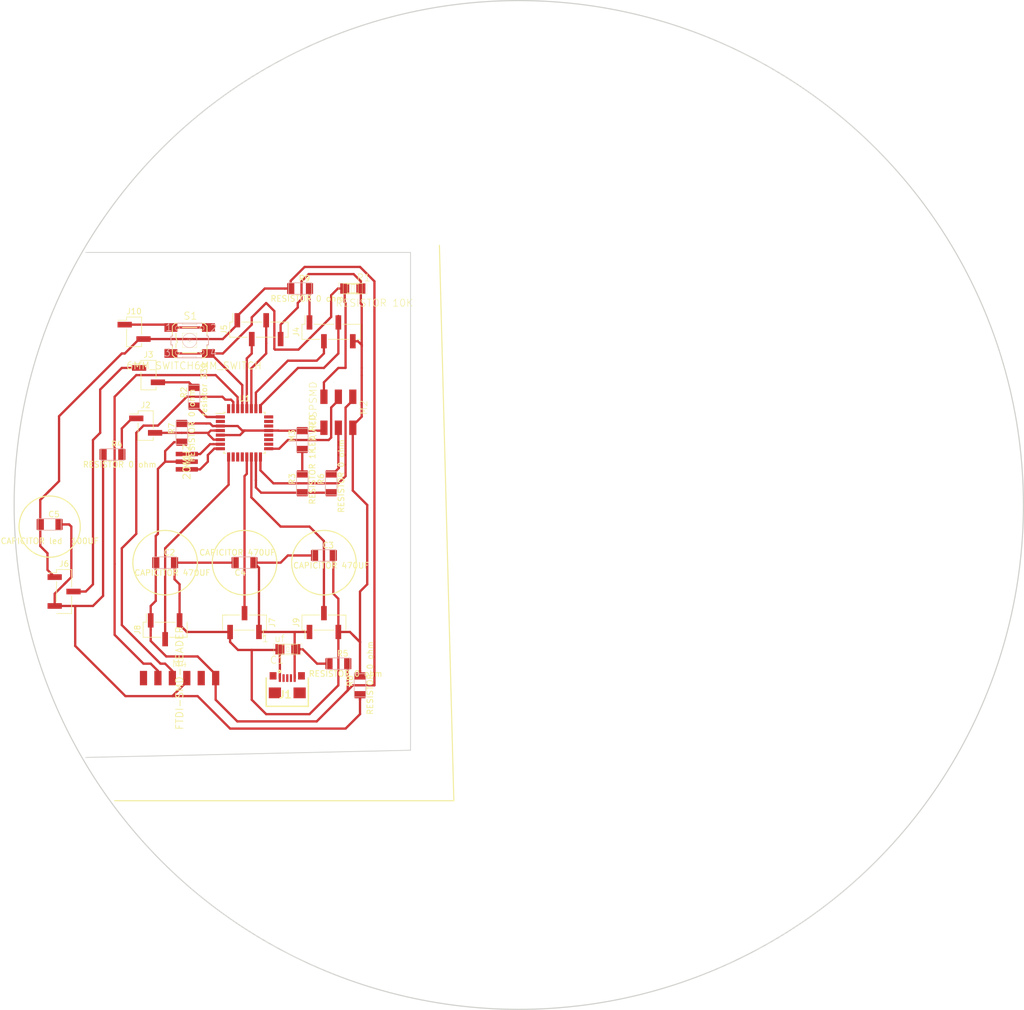
<source format=kicad_pcb>
(kicad_pcb (version 20171130) (host pcbnew "(5.0.2)-1")

  (general
    (thickness 1.6)
    (drawings 10)
    (tracks 305)
    (zones 0)
    (modules 30)
    (nets 37)
  )

  (page A4)
  (layers
    (0 F.Cu signal)
    (31 B.Cu signal)
    (32 B.Adhes user)
    (33 F.Adhes user)
    (34 B.Paste user)
    (35 F.Paste user)
    (36 B.SilkS user)
    (37 F.SilkS user)
    (38 B.Mask user)
    (39 F.Mask user)
    (40 Dwgs.User user)
    (41 Cmts.User user)
    (42 Eco1.User user)
    (43 Eco2.User user)
    (44 Edge.Cuts user)
    (45 Margin user)
    (46 B.CrtYd user)
    (47 F.CrtYd user)
    (48 B.Fab user)
    (49 F.Fab user)
  )

  (setup
    (last_trace_width 0.4064)
    (trace_clearance 0.4)
    (zone_clearance 0.508)
    (zone_45_only no)
    (trace_min 0.2)
    (segment_width 0.2)
    (edge_width 0.2)
    (via_size 2)
    (via_drill 0.8)
    (via_min_size 0.4)
    (via_min_drill 0.3)
    (uvia_size 0.3)
    (uvia_drill 0.1)
    (uvias_allowed no)
    (uvia_min_size 0.2)
    (uvia_min_drill 0.1)
    (pcb_text_width 0.3)
    (pcb_text_size 1.5 1.5)
    (mod_edge_width 0.15)
    (mod_text_size 1 1)
    (mod_text_width 0.15)
    (pad_size 1.524 1.524)
    (pad_drill 0.762)
    (pad_to_mask_clearance 0.051)
    (solder_mask_min_width 0.25)
    (aux_axis_origin 0 0)
    (visible_elements 7FFFFFFF)
    (pcbplotparams
      (layerselection 0x010fc_ffffffff)
      (usegerberextensions false)
      (usegerberattributes false)
      (usegerberadvancedattributes false)
      (creategerberjobfile false)
      (excludeedgelayer true)
      (linewidth 0.100000)
      (plotframeref false)
      (viasonmask false)
      (mode 1)
      (useauxorigin false)
      (hpglpennumber 1)
      (hpglpenspeed 20)
      (hpglpendiameter 15.000000)
      (psnegative false)
      (psa4output false)
      (plotreference true)
      (plotvalue true)
      (plotinvisibletext false)
      (padsonsilk false)
      (subtractmaskfromsilk false)
      (outputformat 1)
      (mirror false)
      (drillshape 1)
      (scaleselection 1)
      (outputdirectory "./"))
  )

  (net 0 "")
  (net 1 GND)
  (net 2 VCC)
  (net 3 /D)
  (net 4 /D+)
  (net 5 /ID)
  (net 6 /neo)
  (net 7 /TRIG1)
  (net 8 /ECHO1)
  (net 9 /ECHO2)
  (net 10 /TRIG2)
  (net 11 /servo1)
  (net 12 /servo3)
  (net 13 /servo2)
  (net 14 /XTAL1)
  (net 15 /XTAL2)
  (net 16 /MISO)
  (net 17 /SCK)
  (net 18 /LEDRED)
  (net 19 /RST)
  (net 20 "Net-(M3-Pad1)")
  (net 21 /CTS)
  (net 22 /TX)
  (net 23 /RX)
  (net 24 /RTS)
  (net 25 "Net-(U1-Pad2)")
  (net 26 "Net-(U1-Pad10)")
  (net 27 "Net-(U1-Pad11)")
  (net 28 "Net-(U1-Pad12)")
  (net 29 "Net-(U1-Pad18)")
  (net 30 "Net-(U1-Pad19)")
  (net 31 "Net-(U1-Pad20)")
  (net 32 "Net-(U1-Pad22)")
  (net 33 "Net-(U1-Pad23)")
  (net 34 "Net-(U1-Pad24)")
  (net 35 "Net-(U1-Pad32)")
  (net 36 "Net-(J10-Pad1)")

  (net_class Default "This is the default net class."
    (clearance 0.4)
    (trace_width 0.4064)
    (via_dia 2)
    (via_drill 0.8)
    (uvia_dia 0.3)
    (uvia_drill 0.1)
    (diff_pair_gap 0.25)
    (diff_pair_width 0.39)
    (add_net /CTS)
    (add_net /D)
    (add_net /D+)
    (add_net /ECHO1)
    (add_net /ECHO2)
    (add_net /ID)
    (add_net /LEDRED)
    (add_net /MISO)
    (add_net /RST)
    (add_net /RTS)
    (add_net /RX)
    (add_net /SCK)
    (add_net /TRIG1)
    (add_net /TRIG2)
    (add_net /TX)
    (add_net /XTAL1)
    (add_net /XTAL2)
    (add_net /neo)
    (add_net /servo1)
    (add_net /servo2)
    (add_net /servo3)
    (add_net GND)
    (add_net "Net-(J10-Pad1)")
    (add_net "Net-(M3-Pad1)")
    (add_net "Net-(U1-Pad10)")
    (add_net "Net-(U1-Pad11)")
    (add_net "Net-(U1-Pad12)")
    (add_net "Net-(U1-Pad18)")
    (add_net "Net-(U1-Pad19)")
    (add_net "Net-(U1-Pad2)")
    (add_net "Net-(U1-Pad20)")
    (add_net "Net-(U1-Pad22)")
    (add_net "Net-(U1-Pad23)")
    (add_net "Net-(U1-Pad24)")
    (add_net "Net-(U1-Pad32)")
    (add_net VCC)
  )

  (net_class atmega ""
    (clearance 0.4)
    (trace_width 0.3)
    (via_dia 2)
    (via_drill 0.8)
    (uvia_dia 0.3)
    (uvia_drill 0.1)
    (diff_pair_gap 0.25)
    (diff_pair_width 0.39)
  )

  (module Connector_PinHeader_2.54mm:PinHeader_1x04_P2.54mm_Vertical_SMD_Pin1Right (layer F.Cu) (tedit 5CFCD81B) (tstamp 5CFB9394)
    (at 153.67 85.09 90)
    (descr "surface-mounted straight pin header, 1x04, 2.54mm pitch, single row, style 2 (pin 1 right)")
    (tags "Surface mounted pin header SMD 1x04 2.54mm single row style2 pin1 right")
    (path /5CDC2424)
    (attr smd)
    (fp_text reference J4 (at 0 -6.14 90) (layer F.SilkS)
      (effects (font (size 1 1) (thickness 0.15)))
    )
    (fp_text value "Conn SONAR1" (at 0 6.14 90) (layer F.Fab)
      (effects (font (size 1 1) (thickness 0.15)))
    )
    (fp_text user %R (at 0 0 180) (layer F.Fab)
      (effects (font (size 1 1) (thickness 0.15)))
    )
    (fp_line (start 3.45 -5.6) (end -3.45 -5.6) (layer F.CrtYd) (width 0.05))
    (fp_line (start 3.45 5.6) (end 3.45 -5.6) (layer F.CrtYd) (width 0.05))
    (fp_line (start -3.45 5.6) (end 3.45 5.6) (layer F.CrtYd) (width 0.05))
    (fp_line (start -3.45 -5.6) (end -3.45 5.6) (layer F.CrtYd) (width 0.05))
    (fp_line (start -1.33 -0.51) (end -1.33 3.05) (layer F.SilkS) (width 0.12))
    (fp_line (start -1.33 4.57) (end -1.33 5.14) (layer F.SilkS) (width 0.12))
    (fp_line (start 1.33 -5.14) (end 1.33 -4.57) (layer F.SilkS) (width 0.12))
    (fp_line (start 1.33 -4.57) (end 2.85 -4.57) (layer F.SilkS) (width 0.12))
    (fp_line (start -1.33 -5.14) (end -1.33 -2.03) (layer F.SilkS) (width 0.12))
    (fp_line (start 1.33 2.03) (end 1.33 5.14) (layer F.SilkS) (width 0.12))
    (fp_line (start 1.33 -3.05) (end 1.33 0.51) (layer F.SilkS) (width 0.12))
    (fp_line (start -1.33 5.14) (end 1.33 5.14) (layer F.SilkS) (width 0.12))
    (fp_line (start -1.33 -5.14) (end 1.33 -5.14) (layer F.SilkS) (width 0.12))
    (fp_line (start 2.54 1.59) (end 1.27 1.59) (layer F.Fab) (width 0.1))
    (fp_line (start 2.54 0.95) (end 2.54 1.59) (layer F.Fab) (width 0.1))
    (fp_line (start 1.27 0.95) (end 2.54 0.95) (layer F.Fab) (width 0.1))
    (fp_line (start 2.54 -3.49) (end 1.27 -3.49) (layer F.Fab) (width 0.1))
    (fp_line (start 2.54 -4.13) (end 2.54 -3.49) (layer F.Fab) (width 0.1))
    (fp_line (start 1.27 -4.13) (end 2.54 -4.13) (layer F.Fab) (width 0.1))
    (fp_line (start -2.54 4.13) (end -1.27 4.13) (layer F.Fab) (width 0.1))
    (fp_line (start -2.54 3.49) (end -2.54 4.13) (layer F.Fab) (width 0.1))
    (fp_line (start -1.27 3.49) (end -2.54 3.49) (layer F.Fab) (width 0.1))
    (fp_line (start -2.54 -0.95) (end -1.27 -0.95) (layer F.Fab) (width 0.1))
    (fp_line (start -2.54 -1.59) (end -2.54 -0.95) (layer F.Fab) (width 0.1))
    (fp_line (start -1.27 -1.59) (end -2.54 -1.59) (layer F.Fab) (width 0.1))
    (fp_line (start -1.27 -5.08) (end -1.27 5.08) (layer F.Fab) (width 0.1))
    (fp_line (start 1.27 -4.13) (end 0.32 -5.08) (layer F.Fab) (width 0.1))
    (fp_line (start 1.27 5.08) (end 1.27 -4.13) (layer F.Fab) (width 0.1))
    (fp_line (start -1.27 -5.08) (end 0.32 -5.08) (layer F.Fab) (width 0.1))
    (fp_line (start 1.27 5.08) (end -1.27 5.08) (layer F.Fab) (width 0.1))
    (pad 3 smd rect (at 1.655 1.27 90) (size 2.51 1) (layers F.Cu F.Paste F.Mask)
      (net 7 /TRIG1))
    (pad 1 smd rect (at 1.655 -3.81 90) (size 2.51 1) (layers F.Cu F.Paste F.Mask)
      (net 1 GND))
    (pad 4 smd rect (at -1.655 3.81 90) (size 2.51 1) (layers F.Cu F.Paste F.Mask)
      (net 2 VCC))
    (pad 2 smd rect (at -1.655 -1.27 90) (size 2.51 1) (layers F.Cu F.Paste F.Mask)
      (net 8 /ECHO1))
    (model ${KISYS3DMOD}/Connector_PinHeader_2.54mm.3dshapes/PinHeader_1x04_P2.54mm_Vertical_SMD_Pin1Right.wrl
      (at (xyz 0 0 0))
      (scale (xyz 1 1 1))
      (rotate (xyz 0 0 0))
    )
  )

  (module fab1:fab-R1206 (layer F.Cu) (tedit 200000) (tstamp 5CFB9480)
    (at 157.48 77.47)
    (descr RESISTOR)
    (tags RESISTOR)
    (path /5CDC3020)
    (attr smd)
    (fp_text reference R1 (at 1.905 -1.905) (layer F.SilkS)
      (effects (font (size 1.27 1.27) (thickness 0.1016)))
    )
    (fp_text value "RESISTOR 10K" (at 3.81 2.54) (layer F.SilkS)
      (effects (font (size 1.27 1.27) (thickness 0.1016)))
    )
    (fp_line (start -1.6891 0.8763) (end -0.9525 0.8763) (layer F.SilkS) (width 0.06604))
    (fp_line (start -0.9525 0.8763) (end -0.9525 -0.8763) (layer F.SilkS) (width 0.06604))
    (fp_line (start -1.6891 -0.8763) (end -0.9525 -0.8763) (layer F.SilkS) (width 0.06604))
    (fp_line (start -1.6891 0.8763) (end -1.6891 -0.8763) (layer F.SilkS) (width 0.06604))
    (fp_line (start 0.9525 0.8763) (end 1.6891 0.8763) (layer F.SilkS) (width 0.06604))
    (fp_line (start 1.6891 0.8763) (end 1.6891 -0.8763) (layer F.SilkS) (width 0.06604))
    (fp_line (start 0.9525 -0.8763) (end 1.6891 -0.8763) (layer F.SilkS) (width 0.06604))
    (fp_line (start 0.9525 0.8763) (end 0.9525 -0.8763) (layer F.SilkS) (width 0.06604))
    (fp_line (start -0.29972 0.6985) (end 0.29972 0.6985) (layer F.SilkS) (width 0.06604))
    (fp_line (start 0.29972 0.6985) (end 0.29972 -0.6985) (layer F.SilkS) (width 0.06604))
    (fp_line (start -0.29972 -0.6985) (end 0.29972 -0.6985) (layer F.SilkS) (width 0.06604))
    (fp_line (start -0.29972 0.6985) (end -0.29972 -0.6985) (layer F.SilkS) (width 0.06604))
    (fp_line (start 0.9525 0.8128) (end -0.9652 0.8128) (layer F.SilkS) (width 0.1524))
    (fp_line (start 0.9525 -0.8128) (end -0.9652 -0.8128) (layer F.SilkS) (width 0.1524))
    (fp_line (start -2.47142 -0.98298) (end 2.47142 -0.98298) (layer F.SilkS) (width 0.0508))
    (fp_line (start 2.47142 -0.98298) (end 2.47142 0.98298) (layer F.SilkS) (width 0.0508))
    (fp_line (start 2.47142 0.98298) (end -2.47142 0.98298) (layer F.SilkS) (width 0.0508))
    (fp_line (start -2.47142 0.98298) (end -2.47142 -0.98298) (layer F.SilkS) (width 0.0508))
    (pad 1 smd rect (at -1.41986 0) (size 1.59766 1.80086) (layers F.Cu F.Paste F.Mask)
      (net 19 /RST))
    (pad 2 smd rect (at 1.41986 0) (size 1.59766 1.80086) (layers F.Cu F.Paste F.Mask)
      (net 2 VCC))
  )

  (module fab:fab-C1206FAB (layer F.Cu) (tedit 200000) (tstamp 5CFB931E)
    (at 104.14 118.999)
    (path /5D00B020)
    (attr smd)
    (fp_text reference C5 (at 0.762 -1.778) (layer F.SilkS)
      (effects (font (size 1.016 1.016) (thickness 0.1524)))
    )
    (fp_text value "CAPICITOR led  100UF" (at 0 2.921) (layer F.SilkS)
      (effects (font (size 1.016 1.016) (thickness 0.1524)))
    )
    (fp_line (start -2.032 -1.016) (end 2.032 -1.016) (layer B.SilkS) (width 0.127))
    (fp_line (start 2.032 -1.016) (end 2.032 1.016) (layer B.SilkS) (width 0.127))
    (fp_line (start 2.032 1.016) (end -2.032 1.016) (layer B.SilkS) (width 0.127))
    (fp_line (start -2.032 1.016) (end -2.032 -1.016) (layer B.SilkS) (width 0.127))
    (pad 1 smd rect (at -1.651 0) (size 1.27 1.905) (layers F.Cu F.Paste F.Mask)
      (net 1 GND))
    (pad 2 smd rect (at 1.651 0) (size 1.27 1.905) (layers F.Cu F.Paste F.Mask)
      (net 2 VCC))
  )

  (module fab:fab-C1206 (layer F.Cu) (tedit 200000) (tstamp 5CFB92F6)
    (at 146.05 140.97 180)
    (descr CAPACITOR)
    (tags CAPACITOR)
    (path /5CDC2EE1)
    (attr smd)
    (fp_text reference C1 (at 1.905 -1.905 180) (layer F.SilkS)
      (effects (font (size 1.27 1.27) (thickness 0.1016)))
    )
    (fp_text value "1 uf" (at 2.54 1.905 180) (layer F.SilkS)
      (effects (font (size 1.27 1.27) (thickness 0.1016)))
    )
    (fp_line (start -1.7018 0.8509) (end -0.94996 0.8509) (layer F.SilkS) (width 0.06604))
    (fp_line (start -0.94996 0.8509) (end -0.94996 -0.84836) (layer F.SilkS) (width 0.06604))
    (fp_line (start -1.7018 -0.84836) (end -0.94996 -0.84836) (layer F.SilkS) (width 0.06604))
    (fp_line (start -1.7018 0.8509) (end -1.7018 -0.84836) (layer F.SilkS) (width 0.06604))
    (fp_line (start 0.94996 0.84836) (end 1.7018 0.84836) (layer F.SilkS) (width 0.06604))
    (fp_line (start 1.7018 0.84836) (end 1.7018 -0.8509) (layer F.SilkS) (width 0.06604))
    (fp_line (start 0.94996 -0.8509) (end 1.7018 -0.8509) (layer F.SilkS) (width 0.06604))
    (fp_line (start 0.94996 0.84836) (end 0.94996 -0.8509) (layer F.SilkS) (width 0.06604))
    (fp_line (start -0.19812 0.39878) (end 0.19812 0.39878) (layer F.SilkS) (width 0.06604))
    (fp_line (start 0.19812 0.39878) (end 0.19812 -0.39878) (layer F.SilkS) (width 0.06604))
    (fp_line (start -0.19812 -0.39878) (end 0.19812 -0.39878) (layer F.SilkS) (width 0.06604))
    (fp_line (start -0.19812 0.39878) (end -0.19812 -0.39878) (layer F.SilkS) (width 0.06604))
    (fp_line (start -2.47142 -0.98298) (end 2.47142 -0.98298) (layer F.SilkS) (width 0.0508))
    (fp_line (start 2.47142 0.98298) (end -2.47142 0.98298) (layer F.SilkS) (width 0.0508))
    (fp_line (start -2.47142 0.98298) (end -2.47142 -0.98298) (layer F.SilkS) (width 0.0508))
    (fp_line (start 2.47142 -0.98298) (end 2.47142 0.98298) (layer F.SilkS) (width 0.0508))
    (fp_line (start -0.96266 -0.78486) (end 0.96266 -0.78486) (layer F.SilkS) (width 0.1016))
    (fp_line (start -0.96266 0.78486) (end 0.96266 0.78486) (layer F.SilkS) (width 0.1016))
    (pad 1 smd rect (at -1.39954 0 180) (size 1.59766 1.79832) (layers F.Cu F.Paste F.Mask)
      (net 1 GND))
    (pad 2 smd rect (at 1.39954 0 180) (size 1.59766 1.79832) (layers F.Cu F.Paste F.Mask)
      (net 2 VCC))
  )

  (module DX4R005HJ5R2000:DX4R005HJ5 (layer F.Cu) (tedit 5CFA3D49) (tstamp 5CFB9333)
    (at 142.24 145.621)
    (descr DX4R005HJ5)
    (tags Connector)
    (path /5CFC7B2E)
    (attr smd)
    (fp_text reference J1 (at 3.373 3.328) (layer F.SilkS)
      (effects (font (size 1.27 1.27) (thickness 0.254)))
    )
    (fp_text value "DX4R005HJ5R2000 microusb" (at 3.373 3.328) (layer F.SilkS) hide
      (effects (font (size 1.27 1.27) (thickness 0.254)))
    )
    (fp_line (start 0 0.4) (end 7.42 0.4) (layer Dwgs.User) (width 0.254))
    (fp_line (start 7.42 0.4) (end 7.42 5.4) (layer Dwgs.User) (width 0.254))
    (fp_line (start 7.42 5.4) (end 0 5.4) (layer Dwgs.User) (width 0.254))
    (fp_line (start 0 5.4) (end 0 0.4) (layer Dwgs.User) (width 0.254))
    (fp_line (start 0 0.4) (end 0 5.4) (layer F.SilkS) (width 0.254))
    (fp_line (start 0 5.4) (end 7.42 5.4) (layer F.SilkS) (width 0.254))
    (fp_line (start 7.42 5.4) (end 7.42 0.4) (layer F.SilkS) (width 0.254))
    (fp_circle (center 2.353 -0.736) (end 2.28994 -0.736) (layer F.SilkS) (width 0.254))
    (pad 1 smd rect (at 2.41 0.429) (size 0.4 1.35) (layers F.Cu F.Paste F.Mask)
      (net 2 VCC))
    (pad 2 smd rect (at 3.06 0.429) (size 0.4 1.35) (layers F.Cu F.Paste F.Mask)
      (net 3 /D))
    (pad 3 smd rect (at 3.71 0.429) (size 0.4 1.35) (layers F.Cu F.Paste F.Mask)
      (net 4 /D+))
    (pad 4 smd rect (at 4.36 0.429) (size 0.4 1.35) (layers F.Cu F.Paste F.Mask)
      (net 5 /ID))
    (pad 5 smd rect (at 5.01 0.429) (size 0.4 1.35) (layers F.Cu F.Paste F.Mask)
      (net 1 GND))
    (pad 6 smd rect (at 6.21 0.029) (size 1.2 1.3) (layers F.Cu F.Paste F.Mask))
    (pad 7 smd rect (at 1.21 0.029) (size 1.2 1.3) (layers F.Cu F.Paste F.Mask))
    (pad 8 smd rect (at 1.535 3.029 90) (size 1.9 2.15) (layers F.Cu F.Paste F.Mask))
    (pad 9 smd rect (at 5.885 3.029 90) (size 1.9 2.15) (layers F.Cu F.Paste F.Mask))
  )

  (module fab:fab-C1206FAB (layer F.Cu) (tedit 200000) (tstamp 5CFB9300)
    (at 124.46 125.73)
    (path /5CF84E00)
    (attr smd)
    (fp_text reference C2 (at 0.762 -1.778) (layer F.SilkS)
      (effects (font (size 1.016 1.016) (thickness 0.1524)))
    )
    (fp_text value "CAPICITOR 470UF" (at 1.27 1.778) (layer F.SilkS)
      (effects (font (size 1.016 1.016) (thickness 0.1524)))
    )
    (fp_line (start -2.032 1.016) (end -2.032 -1.016) (layer B.SilkS) (width 0.127))
    (fp_line (start 2.032 1.016) (end -2.032 1.016) (layer B.SilkS) (width 0.127))
    (fp_line (start 2.032 -1.016) (end 2.032 1.016) (layer B.SilkS) (width 0.127))
    (fp_line (start -2.032 -1.016) (end 2.032 -1.016) (layer B.SilkS) (width 0.127))
    (pad 2 smd rect (at 1.651 0) (size 1.27 1.905) (layers F.Cu F.Paste F.Mask)
      (net 2 VCC))
    (pad 1 smd rect (at -1.651 0) (size 1.27 1.905) (layers F.Cu F.Paste F.Mask)
      (net 1 GND))
  )

  (module fab:fab-C1206FAB (layer F.Cu) (tedit 200000) (tstamp 5CFB930A)
    (at 152.4 124.46)
    (path /5CF888C4)
    (attr smd)
    (fp_text reference C3 (at 0.762 -1.778) (layer F.SilkS)
      (effects (font (size 1.016 1.016) (thickness 0.1524)))
    )
    (fp_text value "CAPICITOR 470UF" (at 1.27 1.778) (layer F.SilkS)
      (effects (font (size 1.016 1.016) (thickness 0.1524)))
    )
    (fp_line (start -2.032 -1.016) (end 2.032 -1.016) (layer B.SilkS) (width 0.127))
    (fp_line (start 2.032 -1.016) (end 2.032 1.016) (layer B.SilkS) (width 0.127))
    (fp_line (start 2.032 1.016) (end -2.032 1.016) (layer B.SilkS) (width 0.127))
    (fp_line (start -2.032 1.016) (end -2.032 -1.016) (layer B.SilkS) (width 0.127))
    (pad 1 smd rect (at -1.651 0) (size 1.27 1.905) (layers F.Cu F.Paste F.Mask)
      (net 1 GND))
    (pad 2 smd rect (at 1.651 0) (size 1.27 1.905) (layers F.Cu F.Paste F.Mask)
      (net 2 VCC))
  )

  (module fab:fab-C1206FAB (layer F.Cu) (tedit 200000) (tstamp 5CFB9314)
    (at 138.43 125.73 180)
    (path /5CF8A56A)
    (attr smd)
    (fp_text reference C4 (at 0.762 -1.778 180) (layer F.SilkS)
      (effects (font (size 1.016 1.016) (thickness 0.1524)))
    )
    (fp_text value "CAPICITOR 470UF" (at 1.27 1.778 180) (layer F.SilkS)
      (effects (font (size 1.016 1.016) (thickness 0.1524)))
    )
    (fp_line (start -2.032 1.016) (end -2.032 -1.016) (layer B.SilkS) (width 0.127))
    (fp_line (start 2.032 1.016) (end -2.032 1.016) (layer B.SilkS) (width 0.127))
    (fp_line (start 2.032 -1.016) (end 2.032 1.016) (layer B.SilkS) (width 0.127))
    (fp_line (start -2.032 -1.016) (end 2.032 -1.016) (layer B.SilkS) (width 0.127))
    (pad 2 smd rect (at 1.651 0 180) (size 1.27 1.905) (layers F.Cu F.Paste F.Mask)
      (net 2 VCC))
    (pad 1 smd rect (at -1.651 0 180) (size 1.27 1.905) (layers F.Cu F.Paste F.Mask)
      (net 1 GND))
  )

  (module Connector_PinHeader_2.54mm:PinHeader_1x02_P2.54mm_Vertical_SMD_Pin1Left (layer F.Cu) (tedit 59FED5CC) (tstamp 5CFB9350)
    (at 121.035 101.6)
    (descr "surface-mounted straight pin header, 1x02, 2.54mm pitch, single row, style 1 (pin 1 left)")
    (tags "Surface mounted pin header SMD 1x02 2.54mm single row style1 pin1 left")
    (path /5CFB0DA7)
    (attr smd)
    (fp_text reference J2 (at 0 -3.6) (layer F.SilkS)
      (effects (font (size 1 1) (thickness 0.15)))
    )
    (fp_text value Conn_01x02_button (at 0 3.6) (layer F.Fab)
      (effects (font (size 1 1) (thickness 0.15)))
    )
    (fp_text user %R (at 0 0 90) (layer F.Fab)
      (effects (font (size 1 1) (thickness 0.15)))
    )
    (fp_line (start 3.45 -3.05) (end -3.45 -3.05) (layer F.CrtYd) (width 0.05))
    (fp_line (start 3.45 3.05) (end 3.45 -3.05) (layer F.CrtYd) (width 0.05))
    (fp_line (start -3.45 3.05) (end 3.45 3.05) (layer F.CrtYd) (width 0.05))
    (fp_line (start -3.45 -3.05) (end -3.45 3.05) (layer F.CrtYd) (width 0.05))
    (fp_line (start -1.33 -0.51) (end -1.33 2.6) (layer F.SilkS) (width 0.12))
    (fp_line (start 1.33 2.03) (end 1.33 2.6) (layer F.SilkS) (width 0.12))
    (fp_line (start -1.33 -2.6) (end -1.33 -2.03) (layer F.SilkS) (width 0.12))
    (fp_line (start -1.33 -2.03) (end -2.85 -2.03) (layer F.SilkS) (width 0.12))
    (fp_line (start 1.33 -2.6) (end 1.33 0.51) (layer F.SilkS) (width 0.12))
    (fp_line (start -1.33 2.6) (end 1.33 2.6) (layer F.SilkS) (width 0.12))
    (fp_line (start -1.33 -2.6) (end 1.33 -2.6) (layer F.SilkS) (width 0.12))
    (fp_line (start 2.54 1.59) (end 1.27 1.59) (layer F.Fab) (width 0.1))
    (fp_line (start 2.54 0.95) (end 2.54 1.59) (layer F.Fab) (width 0.1))
    (fp_line (start 1.27 0.95) (end 2.54 0.95) (layer F.Fab) (width 0.1))
    (fp_line (start -2.54 -0.95) (end -1.27 -0.95) (layer F.Fab) (width 0.1))
    (fp_line (start -2.54 -1.59) (end -2.54 -0.95) (layer F.Fab) (width 0.1))
    (fp_line (start -1.27 -1.59) (end -2.54 -1.59) (layer F.Fab) (width 0.1))
    (fp_line (start 1.27 -2.54) (end 1.27 2.54) (layer F.Fab) (width 0.1))
    (fp_line (start -1.27 -1.59) (end -0.32 -2.54) (layer F.Fab) (width 0.1))
    (fp_line (start -1.27 2.54) (end -1.27 -1.59) (layer F.Fab) (width 0.1))
    (fp_line (start -0.32 -2.54) (end 1.27 -2.54) (layer F.Fab) (width 0.1))
    (fp_line (start 1.27 2.54) (end -1.27 2.54) (layer F.Fab) (width 0.1))
    (pad 2 smd rect (at 1.655 1.27) (size 2.51 1) (layers F.Cu F.Paste F.Mask)
      (net 2 VCC))
    (pad 1 smd rect (at -1.655 -1.27) (size 2.51 1) (layers F.Cu F.Paste F.Mask)
      (net 2 VCC))
    (model ${KISYS3DMOD}/Connector_PinHeader_2.54mm.3dshapes/PinHeader_1x02_P2.54mm_Vertical_SMD_Pin1Left.wrl
      (at (xyz 0 0 0))
      (scale (xyz 1 1 1))
      (rotate (xyz 0 0 0))
    )
  )

  (module Connector_PinHeader_2.54mm:PinHeader_1x02_P2.54mm_Vertical_SMD_Pin1Left (layer F.Cu) (tedit 59FED5CC) (tstamp 5CFB936D)
    (at 121.535 92.71)
    (descr "surface-mounted straight pin header, 1x02, 2.54mm pitch, single row, style 1 (pin 1 left)")
    (tags "Surface mounted pin header SMD 1x02 2.54mm single row style1 pin1 left")
    (path /5CF91D97)
    (attr smd)
    (fp_text reference J3 (at 0 -3.6) (layer F.SilkS)
      (effects (font (size 1 1) (thickness 0.15)))
    )
    (fp_text value Conn_01x02_button (at 0 3.6) (layer F.Fab)
      (effects (font (size 1 1) (thickness 0.15)))
    )
    (fp_line (start 1.27 2.54) (end -1.27 2.54) (layer F.Fab) (width 0.1))
    (fp_line (start -0.32 -2.54) (end 1.27 -2.54) (layer F.Fab) (width 0.1))
    (fp_line (start -1.27 2.54) (end -1.27 -1.59) (layer F.Fab) (width 0.1))
    (fp_line (start -1.27 -1.59) (end -0.32 -2.54) (layer F.Fab) (width 0.1))
    (fp_line (start 1.27 -2.54) (end 1.27 2.54) (layer F.Fab) (width 0.1))
    (fp_line (start -1.27 -1.59) (end -2.54 -1.59) (layer F.Fab) (width 0.1))
    (fp_line (start -2.54 -1.59) (end -2.54 -0.95) (layer F.Fab) (width 0.1))
    (fp_line (start -2.54 -0.95) (end -1.27 -0.95) (layer F.Fab) (width 0.1))
    (fp_line (start 1.27 0.95) (end 2.54 0.95) (layer F.Fab) (width 0.1))
    (fp_line (start 2.54 0.95) (end 2.54 1.59) (layer F.Fab) (width 0.1))
    (fp_line (start 2.54 1.59) (end 1.27 1.59) (layer F.Fab) (width 0.1))
    (fp_line (start -1.33 -2.6) (end 1.33 -2.6) (layer F.SilkS) (width 0.12))
    (fp_line (start -1.33 2.6) (end 1.33 2.6) (layer F.SilkS) (width 0.12))
    (fp_line (start 1.33 -2.6) (end 1.33 0.51) (layer F.SilkS) (width 0.12))
    (fp_line (start -1.33 -2.03) (end -2.85 -2.03) (layer F.SilkS) (width 0.12))
    (fp_line (start -1.33 -2.6) (end -1.33 -2.03) (layer F.SilkS) (width 0.12))
    (fp_line (start 1.33 2.03) (end 1.33 2.6) (layer F.SilkS) (width 0.12))
    (fp_line (start -1.33 -0.51) (end -1.33 2.6) (layer F.SilkS) (width 0.12))
    (fp_line (start -3.45 -3.05) (end -3.45 3.05) (layer F.CrtYd) (width 0.05))
    (fp_line (start -3.45 3.05) (end 3.45 3.05) (layer F.CrtYd) (width 0.05))
    (fp_line (start 3.45 3.05) (end 3.45 -3.05) (layer F.CrtYd) (width 0.05))
    (fp_line (start 3.45 -3.05) (end -3.45 -3.05) (layer F.CrtYd) (width 0.05))
    (fp_text user %R (at 0 0 90) (layer F.Fab)
      (effects (font (size 1 1) (thickness 0.15)))
    )
    (pad 1 smd rect (at -1.655 -1.27) (size 2.51 1) (layers F.Cu F.Paste F.Mask)
      (net 6 /neo))
    (pad 2 smd rect (at 1.655 1.27) (size 2.51 1) (layers F.Cu F.Paste F.Mask)
      (net 6 /neo))
    (model ${KISYS3DMOD}/Connector_PinHeader_2.54mm.3dshapes/PinHeader_1x02_P2.54mm_Vertical_SMD_Pin1Left.wrl
      (at (xyz 0 0 0))
      (scale (xyz 1 1 1))
      (rotate (xyz 0 0 0))
    )
  )

  (module Connector_PinHeader_2.54mm:PinHeader_1x04_P2.54mm_Vertical_SMD_Pin1Right (layer F.Cu) (tedit 59FED5CC) (tstamp 5CFB93BB)
    (at 140.97 84.705 90)
    (descr "surface-mounted straight pin header, 1x04, 2.54mm pitch, single row, style 2 (pin 1 right)")
    (tags "Surface mounted pin header SMD 1x04 2.54mm single row style2 pin1 right")
    (path /5CDC2636)
    (attr smd)
    (fp_text reference J5 (at 0 -6.14 90) (layer F.SilkS)
      (effects (font (size 1 1) (thickness 0.15)))
    )
    (fp_text value Conn_SONAR2 (at 0 6.14 90) (layer F.Fab)
      (effects (font (size 1 1) (thickness 0.15)))
    )
    (fp_line (start 1.27 5.08) (end -1.27 5.08) (layer F.Fab) (width 0.1))
    (fp_line (start -1.27 -5.08) (end 0.32 -5.08) (layer F.Fab) (width 0.1))
    (fp_line (start 1.27 5.08) (end 1.27 -4.13) (layer F.Fab) (width 0.1))
    (fp_line (start 1.27 -4.13) (end 0.32 -5.08) (layer F.Fab) (width 0.1))
    (fp_line (start -1.27 -5.08) (end -1.27 5.08) (layer F.Fab) (width 0.1))
    (fp_line (start -1.27 -1.59) (end -2.54 -1.59) (layer F.Fab) (width 0.1))
    (fp_line (start -2.54 -1.59) (end -2.54 -0.95) (layer F.Fab) (width 0.1))
    (fp_line (start -2.54 -0.95) (end -1.27 -0.95) (layer F.Fab) (width 0.1))
    (fp_line (start -1.27 3.49) (end -2.54 3.49) (layer F.Fab) (width 0.1))
    (fp_line (start -2.54 3.49) (end -2.54 4.13) (layer F.Fab) (width 0.1))
    (fp_line (start -2.54 4.13) (end -1.27 4.13) (layer F.Fab) (width 0.1))
    (fp_line (start 1.27 -4.13) (end 2.54 -4.13) (layer F.Fab) (width 0.1))
    (fp_line (start 2.54 -4.13) (end 2.54 -3.49) (layer F.Fab) (width 0.1))
    (fp_line (start 2.54 -3.49) (end 1.27 -3.49) (layer F.Fab) (width 0.1))
    (fp_line (start 1.27 0.95) (end 2.54 0.95) (layer F.Fab) (width 0.1))
    (fp_line (start 2.54 0.95) (end 2.54 1.59) (layer F.Fab) (width 0.1))
    (fp_line (start 2.54 1.59) (end 1.27 1.59) (layer F.Fab) (width 0.1))
    (fp_line (start -1.33 -5.14) (end 1.33 -5.14) (layer F.SilkS) (width 0.12))
    (fp_line (start -1.33 5.14) (end 1.33 5.14) (layer F.SilkS) (width 0.12))
    (fp_line (start 1.33 -3.05) (end 1.33 0.51) (layer F.SilkS) (width 0.12))
    (fp_line (start 1.33 2.03) (end 1.33 5.14) (layer F.SilkS) (width 0.12))
    (fp_line (start -1.33 -5.14) (end -1.33 -2.03) (layer F.SilkS) (width 0.12))
    (fp_line (start 1.33 -4.57) (end 2.85 -4.57) (layer F.SilkS) (width 0.12))
    (fp_line (start 1.33 -5.14) (end 1.33 -4.57) (layer F.SilkS) (width 0.12))
    (fp_line (start -1.33 4.57) (end -1.33 5.14) (layer F.SilkS) (width 0.12))
    (fp_line (start -1.33 -0.51) (end -1.33 3.05) (layer F.SilkS) (width 0.12))
    (fp_line (start -3.45 -5.6) (end -3.45 5.6) (layer F.CrtYd) (width 0.05))
    (fp_line (start -3.45 5.6) (end 3.45 5.6) (layer F.CrtYd) (width 0.05))
    (fp_line (start 3.45 5.6) (end 3.45 -5.6) (layer F.CrtYd) (width 0.05))
    (fp_line (start 3.45 -5.6) (end -3.45 -5.6) (layer F.CrtYd) (width 0.05))
    (fp_text user %R (at 0 0 180) (layer F.Fab)
      (effects (font (size 1 1) (thickness 0.15)))
    )
    (pad 2 smd rect (at -1.655 -1.27 90) (size 2.51 1) (layers F.Cu F.Paste F.Mask)
      (net 9 /ECHO2))
    (pad 4 smd rect (at -1.655 3.81 90) (size 2.51 1) (layers F.Cu F.Paste F.Mask)
      (net 2 VCC))
    (pad 1 smd rect (at 1.655 -3.81 90) (size 2.51 1) (layers F.Cu F.Paste F.Mask)
      (net 1 GND))
    (pad 3 smd rect (at 1.655 1.27 90) (size 2.51 1) (layers F.Cu F.Paste F.Mask)
      (net 10 /TRIG2))
    (model ${KISYS3DMOD}/Connector_PinHeader_2.54mm.3dshapes/PinHeader_1x04_P2.54mm_Vertical_SMD_Pin1Right.wrl
      (at (xyz 0 0 0))
      (scale (xyz 1 1 1))
      (rotate (xyz 0 0 0))
    )
  )

  (module Connector_PinHeader_2.54mm:PinHeader_1x03_P2.54mm_Vertical_SMD_Pin1Left (layer F.Cu) (tedit 59FED5CC) (tstamp 5CFB93DD)
    (at 106.68 130.81)
    (descr "surface-mounted straight pin header, 1x03, 2.54mm pitch, single row, style 1 (pin 1 left)")
    (tags "Surface mounted pin header SMD 1x03 2.54mm single row style1 pin1 left")
    (path /5CDC26F9)
    (attr smd)
    (fp_text reference J6 (at 0 -4.87) (layer F.SilkS)
      (effects (font (size 1 1) (thickness 0.15)))
    )
    (fp_text value Conn_01x03_Male (at 0 4.87) (layer F.Fab)
      (effects (font (size 1 1) (thickness 0.15)))
    )
    (fp_text user %R (at 0 0 90) (layer F.Fab)
      (effects (font (size 1 1) (thickness 0.15)))
    )
    (fp_line (start 3.45 -4.35) (end -3.45 -4.35) (layer F.CrtYd) (width 0.05))
    (fp_line (start 3.45 4.35) (end 3.45 -4.35) (layer F.CrtYd) (width 0.05))
    (fp_line (start -3.45 4.35) (end 3.45 4.35) (layer F.CrtYd) (width 0.05))
    (fp_line (start -3.45 -4.35) (end -3.45 4.35) (layer F.CrtYd) (width 0.05))
    (fp_line (start -1.33 -1.78) (end -1.33 1.78) (layer F.SilkS) (width 0.12))
    (fp_line (start 1.33 0.76) (end 1.33 3.87) (layer F.SilkS) (width 0.12))
    (fp_line (start 1.33 3.3) (end 1.33 3.87) (layer F.SilkS) (width 0.12))
    (fp_line (start -1.33 -3.87) (end -1.33 -3.3) (layer F.SilkS) (width 0.12))
    (fp_line (start -1.33 -3.3) (end -2.85 -3.3) (layer F.SilkS) (width 0.12))
    (fp_line (start 1.33 -3.87) (end 1.33 -0.76) (layer F.SilkS) (width 0.12))
    (fp_line (start -1.33 3.87) (end 1.33 3.87) (layer F.SilkS) (width 0.12))
    (fp_line (start -1.33 -3.87) (end 1.33 -3.87) (layer F.SilkS) (width 0.12))
    (fp_line (start 2.54 0.32) (end 1.27 0.32) (layer F.Fab) (width 0.1))
    (fp_line (start 2.54 -0.32) (end 2.54 0.32) (layer F.Fab) (width 0.1))
    (fp_line (start 1.27 -0.32) (end 2.54 -0.32) (layer F.Fab) (width 0.1))
    (fp_line (start -2.54 2.86) (end -1.27 2.86) (layer F.Fab) (width 0.1))
    (fp_line (start -2.54 2.22) (end -2.54 2.86) (layer F.Fab) (width 0.1))
    (fp_line (start -1.27 2.22) (end -2.54 2.22) (layer F.Fab) (width 0.1))
    (fp_line (start -2.54 -2.22) (end -1.27 -2.22) (layer F.Fab) (width 0.1))
    (fp_line (start -2.54 -2.86) (end -2.54 -2.22) (layer F.Fab) (width 0.1))
    (fp_line (start -1.27 -2.86) (end -2.54 -2.86) (layer F.Fab) (width 0.1))
    (fp_line (start 1.27 -3.81) (end 1.27 3.81) (layer F.Fab) (width 0.1))
    (fp_line (start -1.27 -2.86) (end -0.32 -3.81) (layer F.Fab) (width 0.1))
    (fp_line (start -1.27 3.81) (end -1.27 -2.86) (layer F.Fab) (width 0.1))
    (fp_line (start -0.32 -3.81) (end 1.27 -3.81) (layer F.Fab) (width 0.1))
    (fp_line (start 1.27 3.81) (end -1.27 3.81) (layer F.Fab) (width 0.1))
    (pad 2 smd rect (at 1.655 0) (size 2.51 1) (layers F.Cu F.Paste F.Mask)
      (net 6 /neo))
    (pad 3 smd rect (at -1.655 2.54) (size 2.51 1) (layers F.Cu F.Paste F.Mask)
      (net 2 VCC))
    (pad 1 smd rect (at -1.655 -2.54) (size 2.51 1) (layers F.Cu F.Paste F.Mask)
      (net 1 GND))
    (model ${KISYS3DMOD}/Connector_PinHeader_2.54mm.3dshapes/PinHeader_1x03_P2.54mm_Vertical_SMD_Pin1Left.wrl
      (at (xyz 0 0 0))
      (scale (xyz 1 1 1))
      (rotate (xyz 0 0 0))
    )
  )

  (module Connector_PinHeader_2.54mm:PinHeader_1x03_P2.54mm_Vertical_SMD_Pin1Right (layer F.Cu) (tedit 59FED5CC) (tstamp 5CFB93FF)
    (at 138.43 136.275 270)
    (descr "surface-mounted straight pin header, 1x03, 2.54mm pitch, single row, style 2 (pin 1 right)")
    (tags "Surface mounted pin header SMD 1x03 2.54mm single row style2 pin1 right")
    (path /5CDC2B90)
    (attr smd)
    (fp_text reference J7 (at 0 -4.87 270) (layer F.SilkS)
      (effects (font (size 1 1) (thickness 0.15)))
    )
    (fp_text value Conn_01x03_Male (at 0 4.87 270) (layer F.Fab)
      (effects (font (size 1 1) (thickness 0.15)))
    )
    (fp_line (start 1.27 3.81) (end -1.27 3.81) (layer F.Fab) (width 0.1))
    (fp_line (start -1.27 -3.81) (end 0.32 -3.81) (layer F.Fab) (width 0.1))
    (fp_line (start 1.27 3.81) (end 1.27 -2.86) (layer F.Fab) (width 0.1))
    (fp_line (start 1.27 -2.86) (end 0.32 -3.81) (layer F.Fab) (width 0.1))
    (fp_line (start -1.27 -3.81) (end -1.27 3.81) (layer F.Fab) (width 0.1))
    (fp_line (start -1.27 -0.32) (end -2.54 -0.32) (layer F.Fab) (width 0.1))
    (fp_line (start -2.54 -0.32) (end -2.54 0.32) (layer F.Fab) (width 0.1))
    (fp_line (start -2.54 0.32) (end -1.27 0.32) (layer F.Fab) (width 0.1))
    (fp_line (start 1.27 -2.86) (end 2.54 -2.86) (layer F.Fab) (width 0.1))
    (fp_line (start 2.54 -2.86) (end 2.54 -2.22) (layer F.Fab) (width 0.1))
    (fp_line (start 2.54 -2.22) (end 1.27 -2.22) (layer F.Fab) (width 0.1))
    (fp_line (start 1.27 2.22) (end 2.54 2.22) (layer F.Fab) (width 0.1))
    (fp_line (start 2.54 2.22) (end 2.54 2.86) (layer F.Fab) (width 0.1))
    (fp_line (start 2.54 2.86) (end 1.27 2.86) (layer F.Fab) (width 0.1))
    (fp_line (start -1.33 -3.87) (end 1.33 -3.87) (layer F.SilkS) (width 0.12))
    (fp_line (start -1.33 3.87) (end 1.33 3.87) (layer F.SilkS) (width 0.12))
    (fp_line (start 1.33 -1.78) (end 1.33 1.78) (layer F.SilkS) (width 0.12))
    (fp_line (start -1.33 -3.87) (end -1.33 -0.76) (layer F.SilkS) (width 0.12))
    (fp_line (start 1.33 -3.3) (end 2.85 -3.3) (layer F.SilkS) (width 0.12))
    (fp_line (start 1.33 -3.87) (end 1.33 -3.3) (layer F.SilkS) (width 0.12))
    (fp_line (start -1.33 3.3) (end -1.33 3.87) (layer F.SilkS) (width 0.12))
    (fp_line (start -1.33 0.76) (end -1.33 3.87) (layer F.SilkS) (width 0.12))
    (fp_line (start -3.45 -4.35) (end -3.45 4.35) (layer F.CrtYd) (width 0.05))
    (fp_line (start -3.45 4.35) (end 3.45 4.35) (layer F.CrtYd) (width 0.05))
    (fp_line (start 3.45 4.35) (end 3.45 -4.35) (layer F.CrtYd) (width 0.05))
    (fp_line (start 3.45 -4.35) (end -3.45 -4.35) (layer F.CrtYd) (width 0.05))
    (fp_text user %R (at 0 0) (layer F.Fab)
      (effects (font (size 1 1) (thickness 0.15)))
    )
    (pad 2 smd rect (at -1.655 0 270) (size 2.51 1) (layers F.Cu F.Paste F.Mask)
      (net 11 /servo1))
    (pad 1 smd rect (at 1.655 -2.54 270) (size 2.51 1) (layers F.Cu F.Paste F.Mask)
      (net 1 GND))
    (pad 3 smd rect (at 1.655 2.54 270) (size 2.51 1) (layers F.Cu F.Paste F.Mask)
      (net 2 VCC))
    (model ${KISYS3DMOD}/Connector_PinHeader_2.54mm.3dshapes/PinHeader_1x03_P2.54mm_Vertical_SMD_Pin1Right.wrl
      (at (xyz 0 0 0))
      (scale (xyz 1 1 1))
      (rotate (xyz 0 0 0))
    )
  )

  (module Connector_PinHeader_2.54mm:PinHeader_1x03_P2.54mm_Vertical_SMD_Pin1Right (layer F.Cu) (tedit 59FED5CC) (tstamp 5CFB9421)
    (at 124.46 137.545 90)
    (descr "surface-mounted straight pin header, 1x03, 2.54mm pitch, single row, style 2 (pin 1 right)")
    (tags "Surface mounted pin header SMD 1x03 2.54mm single row style2 pin1 right")
    (path /5CDC28CB)
    (attr smd)
    (fp_text reference J8 (at 0 -4.87 90) (layer F.SilkS)
      (effects (font (size 1 1) (thickness 0.15)))
    )
    (fp_text value Conn_01x03_Male (at 0.385 5.08 90) (layer F.Fab)
      (effects (font (size 1 1) (thickness 0.15)))
    )
    (fp_text user %R (at 0 0 180) (layer F.Fab)
      (effects (font (size 1 1) (thickness 0.15)))
    )
    (fp_line (start 3.45 -4.35) (end -3.45 -4.35) (layer F.CrtYd) (width 0.05))
    (fp_line (start 3.45 4.35) (end 3.45 -4.35) (layer F.CrtYd) (width 0.05))
    (fp_line (start -3.45 4.35) (end 3.45 4.35) (layer F.CrtYd) (width 0.05))
    (fp_line (start -3.45 -4.35) (end -3.45 4.35) (layer F.CrtYd) (width 0.05))
    (fp_line (start -1.33 0.76) (end -1.33 3.87) (layer F.SilkS) (width 0.12))
    (fp_line (start -1.33 3.3) (end -1.33 3.87) (layer F.SilkS) (width 0.12))
    (fp_line (start 1.33 -3.87) (end 1.33 -3.3) (layer F.SilkS) (width 0.12))
    (fp_line (start 1.33 -3.3) (end 2.85 -3.3) (layer F.SilkS) (width 0.12))
    (fp_line (start -1.33 -3.87) (end -1.33 -0.76) (layer F.SilkS) (width 0.12))
    (fp_line (start 1.33 -1.78) (end 1.33 1.78) (layer F.SilkS) (width 0.12))
    (fp_line (start -1.33 3.87) (end 1.33 3.87) (layer F.SilkS) (width 0.12))
    (fp_line (start -1.33 -3.87) (end 1.33 -3.87) (layer F.SilkS) (width 0.12))
    (fp_line (start 2.54 2.86) (end 1.27 2.86) (layer F.Fab) (width 0.1))
    (fp_line (start 2.54 2.22) (end 2.54 2.86) (layer F.Fab) (width 0.1))
    (fp_line (start 1.27 2.22) (end 2.54 2.22) (layer F.Fab) (width 0.1))
    (fp_line (start 2.54 -2.22) (end 1.27 -2.22) (layer F.Fab) (width 0.1))
    (fp_line (start 2.54 -2.86) (end 2.54 -2.22) (layer F.Fab) (width 0.1))
    (fp_line (start 1.27 -2.86) (end 2.54 -2.86) (layer F.Fab) (width 0.1))
    (fp_line (start -2.54 0.32) (end -1.27 0.32) (layer F.Fab) (width 0.1))
    (fp_line (start -2.54 -0.32) (end -2.54 0.32) (layer F.Fab) (width 0.1))
    (fp_line (start -1.27 -0.32) (end -2.54 -0.32) (layer F.Fab) (width 0.1))
    (fp_line (start -1.27 -3.81) (end -1.27 3.81) (layer F.Fab) (width 0.1))
    (fp_line (start 1.27 -2.86) (end 0.32 -3.81) (layer F.Fab) (width 0.1))
    (fp_line (start 1.27 3.81) (end 1.27 -2.86) (layer F.Fab) (width 0.1))
    (fp_line (start -1.27 -3.81) (end 0.32 -3.81) (layer F.Fab) (width 0.1))
    (fp_line (start 1.27 3.81) (end -1.27 3.81) (layer F.Fab) (width 0.1))
    (pad 3 smd rect (at 1.655 2.54 90) (size 2.51 1) (layers F.Cu F.Paste F.Mask)
      (net 2 VCC))
    (pad 1 smd rect (at 1.655 -2.54 90) (size 2.51 1) (layers F.Cu F.Paste F.Mask)
      (net 1 GND))
    (pad 2 smd rect (at -1.655 0 90) (size 2.51 1) (layers F.Cu F.Paste F.Mask)
      (net 12 /servo3))
    (model ${KISYS3DMOD}/Connector_PinHeader_2.54mm.3dshapes/PinHeader_1x03_P2.54mm_Vertical_SMD_Pin1Right.wrl
      (at (xyz 0 0 0))
      (scale (xyz 1 1 1))
      (rotate (xyz 0 0 0))
    )
  )

  (module Connector_PinHeader_2.54mm:PinHeader_1x03_P2.54mm_Vertical_SMD_Pin1Left (layer F.Cu) (tedit 59FED5CC) (tstamp 5CFB9443)
    (at 152.4 136.275 90)
    (descr "surface-mounted straight pin header, 1x03, 2.54mm pitch, single row, style 1 (pin 1 left)")
    (tags "Surface mounted pin header SMD 1x03 2.54mm single row style1 pin1 left")
    (path /5CDC2B97)
    (attr smd)
    (fp_text reference J9 (at 0 -4.87 90) (layer F.SilkS)
      (effects (font (size 1 1) (thickness 0.15)))
    )
    (fp_text value Conn_01x03_Male (at 0 4.87 90) (layer F.Fab)
      (effects (font (size 1 1) (thickness 0.15)))
    )
    (fp_line (start 1.27 3.81) (end -1.27 3.81) (layer F.Fab) (width 0.1))
    (fp_line (start -0.32 -3.81) (end 1.27 -3.81) (layer F.Fab) (width 0.1))
    (fp_line (start -1.27 3.81) (end -1.27 -2.86) (layer F.Fab) (width 0.1))
    (fp_line (start -1.27 -2.86) (end -0.32 -3.81) (layer F.Fab) (width 0.1))
    (fp_line (start 1.27 -3.81) (end 1.27 3.81) (layer F.Fab) (width 0.1))
    (fp_line (start -1.27 -2.86) (end -2.54 -2.86) (layer F.Fab) (width 0.1))
    (fp_line (start -2.54 -2.86) (end -2.54 -2.22) (layer F.Fab) (width 0.1))
    (fp_line (start -2.54 -2.22) (end -1.27 -2.22) (layer F.Fab) (width 0.1))
    (fp_line (start -1.27 2.22) (end -2.54 2.22) (layer F.Fab) (width 0.1))
    (fp_line (start -2.54 2.22) (end -2.54 2.86) (layer F.Fab) (width 0.1))
    (fp_line (start -2.54 2.86) (end -1.27 2.86) (layer F.Fab) (width 0.1))
    (fp_line (start 1.27 -0.32) (end 2.54 -0.32) (layer F.Fab) (width 0.1))
    (fp_line (start 2.54 -0.32) (end 2.54 0.32) (layer F.Fab) (width 0.1))
    (fp_line (start 2.54 0.32) (end 1.27 0.32) (layer F.Fab) (width 0.1))
    (fp_line (start -1.33 -3.87) (end 1.33 -3.87) (layer F.SilkS) (width 0.12))
    (fp_line (start -1.33 3.87) (end 1.33 3.87) (layer F.SilkS) (width 0.12))
    (fp_line (start 1.33 -3.87) (end 1.33 -0.76) (layer F.SilkS) (width 0.12))
    (fp_line (start -1.33 -3.3) (end -2.85 -3.3) (layer F.SilkS) (width 0.12))
    (fp_line (start -1.33 -3.87) (end -1.33 -3.3) (layer F.SilkS) (width 0.12))
    (fp_line (start 1.33 3.3) (end 1.33 3.87) (layer F.SilkS) (width 0.12))
    (fp_line (start 1.33 0.76) (end 1.33 3.87) (layer F.SilkS) (width 0.12))
    (fp_line (start -1.33 -1.78) (end -1.33 1.78) (layer F.SilkS) (width 0.12))
    (fp_line (start -3.45 -4.35) (end -3.45 4.35) (layer F.CrtYd) (width 0.05))
    (fp_line (start -3.45 4.35) (end 3.45 4.35) (layer F.CrtYd) (width 0.05))
    (fp_line (start 3.45 4.35) (end 3.45 -4.35) (layer F.CrtYd) (width 0.05))
    (fp_line (start 3.45 -4.35) (end -3.45 -4.35) (layer F.CrtYd) (width 0.05))
    (fp_text user %R (at 0 0 180) (layer F.Fab)
      (effects (font (size 1 1) (thickness 0.15)))
    )
    (pad 1 smd rect (at -1.655 -2.54 90) (size 2.51 1) (layers F.Cu F.Paste F.Mask)
      (net 1 GND))
    (pad 3 smd rect (at -1.655 2.54 90) (size 2.51 1) (layers F.Cu F.Paste F.Mask)
      (net 2 VCC))
    (pad 2 smd rect (at 1.655 0 90) (size 2.51 1) (layers F.Cu F.Paste F.Mask)
      (net 13 /servo2))
    (model ${KISYS3DMOD}/Connector_PinHeader_2.54mm.3dshapes/PinHeader_1x03_P2.54mm_Vertical_SMD_Pin1Left.wrl
      (at (xyz 0 0 0))
      (scale (xyz 1 1 1))
      (rotate (xyz 0 0 0))
    )
  )

  (module fab1:fab-EFOBM (layer F.Cu) (tedit 200000) (tstamp 5CFB944A)
    (at 128.27 107.95 270)
    (path /5CF3C645)
    (attr smd)
    (fp_text reference M1 (at 0 0 270) (layer F.SilkS)
      (effects (font (size 1.27 1.27) (thickness 0.15)))
    )
    (fp_text value 20MHZ (at 0 0 270) (layer F.SilkS)
      (effects (font (size 1.27 1.27) (thickness 0.15)))
    )
    (pad 1 smd rect (at -1.34874 0) (size 3.8989 0.79756) (layers F.Cu F.Paste F.Mask)
      (net 14 /XTAL1))
    (pad 2 smd rect (at 0 0 180) (size 3.8989 0.79756) (layers F.Cu F.Paste F.Mask)
      (net 1 GND))
    (pad 3 smd rect (at 1.34874 0 180) (size 3.8989 0.79756) (layers F.Cu F.Paste F.Mask)
      (net 15 /XTAL2))
  )

  (module fab1:fab-2X03SMD (layer F.Cu) (tedit 200000) (tstamp 5CFB9454)
    (at 154.94 99.06 270)
    (path /5CDC3429)
    (attr smd)
    (fp_text reference M2 (at -0.635 -4.445 270) (layer F.SilkS)
      (effects (font (size 1.27 1.27) (thickness 0.1016)))
    )
    (fp_text value AVRISPSMD (at 0 4.445 270) (layer F.SilkS)
      (effects (font (size 1.27 1.27) (thickness 0.1016)))
    )
    (pad 1 smd rect (at -2.54 -2.54 270) (size 2.54 1.27) (layers F.Cu F.Paste F.Mask)
      (net 16 /MISO))
    (pad 2 smd rect (at 2.91846 -2.54 270) (size 2.54 1.27) (layers F.Cu F.Paste F.Mask)
      (net 2 VCC))
    (pad 3 smd rect (at -2.54 0 270) (size 2.54 1.27) (layers F.Cu F.Paste F.Mask)
      (net 17 /SCK))
    (pad 4 smd rect (at 2.91846 0 270) (size 2.54 1.27) (layers F.Cu F.Paste F.Mask)
      (net 18 /LEDRED))
    (pad 5 smd rect (at -2.54 2.54 270) (size 2.54 1.27) (layers F.Cu F.Paste F.Mask)
      (net 19 /RST))
    (pad 6 smd rect (at 2.91846 2.54 270) (size 2.54 1.27) (layers F.Cu F.Paste F.Mask)
      (net 1 GND))
  )

  (module fab1:fab-LED1206FAB (layer F.Cu) (tedit 200000) (tstamp 5CFB945E)
    (at 148.59 104.14 90)
    (descr "LED1206 FAB STYLE (SMALLER PADS TO ALLOW TRACE BETWEEN)")
    (tags "LED1206 FAB STYLE (SMALLER PADS TO ALLOW TRACE BETWEEN)")
    (path /5CF63ED1)
    (attr smd)
    (fp_text reference M3 (at 0.762 -1.778 90) (layer F.SilkS)
      (effects (font (size 1.016 1.016) (thickness 0.1524)))
    )
    (fp_text value "LED RED" (at 1.27 1.778 90) (layer F.SilkS)
      (effects (font (size 1.016 1.016) (thickness 0.1524)))
    )
    (fp_line (start -2.032 -1.016) (end 2.032 -1.016) (layer B.SilkS) (width 0.127))
    (fp_line (start 2.032 -1.016) (end 2.032 1.016) (layer B.SilkS) (width 0.127))
    (fp_line (start 2.032 1.016) (end -2.032 1.016) (layer B.SilkS) (width 0.127))
    (fp_line (start -2.032 1.016) (end -2.032 -1.016) (layer B.SilkS) (width 0.127))
    (pad 1 smd rect (at -1.651 0 90) (size 1.27 1.905) (layers F.Cu F.Paste F.Mask)
      (net 20 "Net-(M3-Pad1)"))
    (pad 2 smd rect (at 1.651 0 90) (size 1.27 1.905) (layers F.Cu F.Paste F.Mask)
      (net 1 GND))
  )

  (module fab1:fab-1X06SMD (layer F.Cu) (tedit 5CFCD17A) (tstamp 5CFB9468)
    (at 127 146.05 270)
    (path /5CF44C69)
    (attr smd)
    (fp_text reference M4 (at -2.54 0) (layer F.SilkS)
      (effects (font (size 1.27 1.27) (thickness 0.1016)))
    )
    (fp_text value FTDI-SMD-HEADER (at 0 0 270) (layer F.SilkS)
      (effects (font (size 1.27 1.27) (thickness 0.15)))
    )
    (pad 1 smd rect (at 0 -6.35 270) (size 2.54 1.27) (layers F.Cu F.Paste F.Mask)
      (net 1 GND))
    (pad 2 smd rect (at 0 -3.81 270) (size 2.54 1.27) (layers F.Cu F.Paste F.Mask)
      (net 21 /CTS))
    (pad 3 smd rect (at 0 -1.27 270) (size 2.54 1.27) (layers F.Cu F.Paste F.Mask)
      (net 2 VCC))
    (pad 4 smd rect (at 0 1.27 270) (size 2.54 1.27) (layers F.Cu F.Paste F.Mask)
      (net 22 /TX))
    (pad 5 smd rect (at 0 3.81 270) (size 2.54 1.27) (layers F.Cu F.Paste F.Mask)
      (net 23 /RX))
    (pad 6 smd rect (at 0 6.35 270) (size 2.54 1.27) (layers F.Cu F.Paste F.Mask)
      (net 24 /RTS))
  )

  (module fab1:fab-R1206FAB (layer F.Cu) (tedit 200000) (tstamp 5CFB948A)
    (at 129.54 96.52 90)
    (path /5CF7923C)
    (attr smd)
    (fp_text reference R2 (at 0.762 -1.778 90) (layer F.SilkS)
      (effects (font (size 1.016 1.016) (thickness 0.1524)))
    )
    (fp_text value "resistor 330" (at 1.27 1.778 90) (layer F.SilkS)
      (effects (font (size 1.016 1.016) (thickness 0.1524)))
    )
    (fp_line (start -2.032 -1.016) (end 2.032 -1.016) (layer B.SilkS) (width 0.127))
    (fp_line (start 2.032 -1.016) (end 2.032 1.016) (layer B.SilkS) (width 0.127))
    (fp_line (start 2.032 1.016) (end -2.032 1.016) (layer B.SilkS) (width 0.127))
    (fp_line (start -2.032 1.016) (end -2.032 -1.016) (layer B.SilkS) (width 0.127))
    (pad 1 smd rect (at -1.651 0 90) (size 1.27 1.905) (layers F.Cu F.Paste F.Mask)
      (net 6 /neo))
    (pad 2 smd rect (at 1.651 0 90) (size 1.27 1.905) (layers F.Cu F.Paste F.Mask)
      (net 6 /neo))
  )

  (module fab1:fab-R1206FAB (layer F.Cu) (tedit 200000) (tstamp 5CFB9494)
    (at 148.59 111.76 90)
    (path /5CF6409B)
    (attr smd)
    (fp_text reference R3 (at 0.762 -1.778 90) (layer F.SilkS)
      (effects (font (size 1.016 1.016) (thickness 0.1524)))
    )
    (fp_text value "RESISTOR 1K" (at 1.27 1.778 90) (layer F.SilkS)
      (effects (font (size 1.016 1.016) (thickness 0.1524)))
    )
    (fp_line (start -2.032 1.016) (end -2.032 -1.016) (layer B.SilkS) (width 0.127))
    (fp_line (start 2.032 1.016) (end -2.032 1.016) (layer B.SilkS) (width 0.127))
    (fp_line (start 2.032 -1.016) (end 2.032 1.016) (layer B.SilkS) (width 0.127))
    (fp_line (start -2.032 -1.016) (end 2.032 -1.016) (layer B.SilkS) (width 0.127))
    (pad 2 smd rect (at 1.651 0 90) (size 1.27 1.905) (layers F.Cu F.Paste F.Mask)
      (net 20 "Net-(M3-Pad1)"))
    (pad 1 smd rect (at -1.651 0 90) (size 1.27 1.905) (layers F.Cu F.Paste F.Mask)
      (net 18 /LEDRED))
  )

  (module fab1:fab-6MM_SWITCH (layer F.Cu) (tedit 200000) (tstamp 5CFB94D2)
    (at 128.778 86.614)
    (descr "OMRON SWITCH")
    (tags "OMRON SWITCH")
    (path /5CDC2D3B)
    (attr smd)
    (fp_text reference S1 (at 0.127 -4.318) (layer F.SilkS)
      (effects (font (size 1.27 1.27) (thickness 0.127)))
    )
    (fp_text value 6MM_SWITCH6MM_SWITCH (at 0.762 4.445) (layer F.SilkS)
      (effects (font (size 1.27 1.27) (thickness 0.127)))
    )
    (fp_line (start 3.302 0.762) (end 3.048 0.762) (layer B.SilkS) (width 0.1524))
    (fp_line (start 3.302 0.762) (end 3.302 -0.762) (layer B.SilkS) (width 0.1524))
    (fp_line (start 3.048 -0.762) (end 3.302 -0.762) (layer B.SilkS) (width 0.1524))
    (fp_line (start 3.048 -1.016) (end 3.048 -2.54) (layer F.SilkS) (width 0.1524))
    (fp_line (start -3.302 -0.762) (end -3.048 -0.762) (layer B.SilkS) (width 0.1524))
    (fp_line (start -3.302 -0.762) (end -3.302 0.762) (layer B.SilkS) (width 0.1524))
    (fp_line (start -3.048 0.762) (end -3.302 0.762) (layer B.SilkS) (width 0.1524))
    (fp_line (start 3.048 -2.54) (end 2.54 -3.048) (layer F.SilkS) (width 0.1524))
    (fp_line (start 2.54 3.048) (end 3.048 2.54) (layer F.SilkS) (width 0.1524))
    (fp_line (start 3.048 2.54) (end 3.048 1.016) (layer F.SilkS) (width 0.1524))
    (fp_line (start -2.54 -3.048) (end -3.048 -2.54) (layer F.SilkS) (width 0.1524))
    (fp_line (start -3.048 -2.54) (end -3.048 -1.016) (layer F.SilkS) (width 0.1524))
    (fp_line (start -2.54 3.048) (end -3.048 2.54) (layer F.SilkS) (width 0.1524))
    (fp_line (start -3.048 2.54) (end -3.048 1.016) (layer F.SilkS) (width 0.1524))
    (fp_line (start -1.27 -1.27) (end -1.27 1.27) (layer F.SilkS) (width 0.0508))
    (fp_line (start 1.27 1.27) (end -1.27 1.27) (layer F.SilkS) (width 0.0508))
    (fp_line (start 1.27 1.27) (end 1.27 -1.27) (layer F.SilkS) (width 0.0508))
    (fp_line (start -1.27 -1.27) (end 1.27 -1.27) (layer F.SilkS) (width 0.0508))
    (fp_line (start -1.27 -3.048) (end -1.27 -2.794) (layer B.SilkS) (width 0.0508))
    (fp_line (start 1.27 -2.794) (end -1.27 -2.794) (layer B.SilkS) (width 0.0508))
    (fp_line (start 1.27 -2.794) (end 1.27 -3.048) (layer B.SilkS) (width 0.0508))
    (fp_line (start 1.143 2.794) (end -1.27 2.794) (layer B.SilkS) (width 0.0508))
    (fp_line (start 1.143 2.794) (end 1.143 3.048) (layer B.SilkS) (width 0.0508))
    (fp_line (start -1.27 2.794) (end -1.27 3.048) (layer B.SilkS) (width 0.0508))
    (fp_line (start 2.54 3.048) (end 2.159 3.048) (layer F.SilkS) (width 0.1524))
    (fp_line (start -2.54 3.048) (end -2.159 3.048) (layer F.SilkS) (width 0.1524))
    (fp_line (start -2.159 3.048) (end -1.27 3.048) (layer B.SilkS) (width 0.1524))
    (fp_line (start -2.54 -3.048) (end -2.159 -3.048) (layer F.SilkS) (width 0.1524))
    (fp_line (start 2.54 -3.048) (end 2.159 -3.048) (layer F.SilkS) (width 0.1524))
    (fp_line (start 2.159 -3.048) (end 1.27 -3.048) (layer B.SilkS) (width 0.1524))
    (fp_line (start 1.27 -3.048) (end -1.27 -3.048) (layer B.SilkS) (width 0.1524))
    (fp_line (start -1.27 -3.048) (end -2.159 -3.048) (layer B.SilkS) (width 0.1524))
    (fp_line (start -1.27 3.048) (end 1.143 3.048) (layer B.SilkS) (width 0.1524))
    (fp_line (start 1.143 3.048) (end 2.159 3.048) (layer B.SilkS) (width 0.1524))
    (fp_line (start 3.048 0.762) (end 3.048 1.016) (layer B.SilkS) (width 0.1524))
    (fp_line (start 3.048 -0.762) (end 3.048 -1.016) (layer B.SilkS) (width 0.1524))
    (fp_line (start -3.048 0.762) (end -3.048 1.016) (layer B.SilkS) (width 0.1524))
    (fp_line (start -3.048 -0.762) (end -3.048 -1.016) (layer B.SilkS) (width 0.1524))
    (fp_line (start -1.27 2.159) (end 1.27 2.159) (layer F.SilkS) (width 0.1524))
    (fp_line (start 1.27 -2.286) (end -1.27 -2.286) (layer F.SilkS) (width 0.1524))
    (fp_line (start -2.413 -1.27) (end -2.413 -0.508) (layer F.SilkS) (width 0.1524))
    (fp_line (start -2.413 0.508) (end -2.413 1.27) (layer F.SilkS) (width 0.1524))
    (fp_line (start -2.413 -0.508) (end -2.159 0.381) (layer F.SilkS) (width 0.1524))
    (fp_circle (center 0 0) (end -0.889 0.889) (layer B.SilkS) (width 0.0762))
    (fp_circle (center -2.159 2.159) (end -2.413 2.413) (layer F.SilkS) (width 0.0762))
    (fp_circle (center 2.159 2.032) (end 2.413 2.286) (layer F.SilkS) (width 0.0762))
    (fp_circle (center 2.159 -2.159) (end 2.413 -2.413) (layer F.SilkS) (width 0.0762))
    (fp_circle (center -2.159 -2.159) (end -2.413 -2.413) (layer F.SilkS) (width 0.0762))
    (fp_circle (center 0 0) (end -0.3175 0.3175) (layer F.SilkS) (width 0.0254))
    (fp_circle (center 0 0) (end -0.127 0.127) (layer B.SilkS) (width 0.0762))
    (fp_text user 1 (at -3.683 -2.286) (layer B.SilkS)
      (effects (font (size 1.27 1.27) (thickness 0.127)))
    )
    (fp_text user 2 (at 4.191 -2.159) (layer B.SilkS)
      (effects (font (size 1.27 1.27) (thickness 0.127)))
    )
    (fp_text user 3 (at -3.937 2.159) (layer B.SilkS)
      (effects (font (size 1.27 1.27) (thickness 0.127)))
    )
    (fp_text user 4 (at 4.191 2.159) (layer B.SilkS)
      (effects (font (size 1.27 1.27) (thickness 0.127)))
    )
    (pad 1 smd rect (at -3.302 -2.286) (size 2.286 1.524) (layers F.Cu F.Paste F.Mask)
      (net 36 "Net-(J10-Pad1)"))
    (pad 2 smd rect (at 3.302 -2.286) (size 2.286 1.524) (layers F.Cu F.Paste F.Mask)
      (net 36 "Net-(J10-Pad1)"))
    (pad 3 smd rect (at -3.302 2.286) (size 2.286 1.524) (layers F.Cu F.Paste F.Mask)
      (net 19 /RST))
    (pad 4 smd rect (at 3.302 2.286) (size 2.286 1.524) (layers F.Cu F.Paste F.Mask)
      (net 19 /RST))
  )

  (module Package_QFP:TQFP-32_7x7mm_P0.8mm (layer F.Cu) (tedit 5A02F146) (tstamp 5CFB9509)
    (at 138.43 102.87)
    (descr "32-Lead Plastic Thin Quad Flatpack (PT) - 7x7x1.0 mm Body, 2.00 mm [TQFP] (see Microchip Packaging Specification 00000049BS.pdf)")
    (tags "QFP 0.8")
    (path /5CF2BF04)
    (attr smd)
    (fp_text reference U1 (at 0 -6.05) (layer F.SilkS)
      (effects (font (size 1 1) (thickness 0.15)))
    )
    (fp_text value ATmega328P-AU (at 0 6.05) (layer F.Fab)
      (effects (font (size 1 1) (thickness 0.15)))
    )
    (fp_text user %R (at 0 0) (layer F.Fab)
      (effects (font (size 1 1) (thickness 0.15)))
    )
    (fp_line (start -2.5 -3.5) (end 3.5 -3.5) (layer F.Fab) (width 0.15))
    (fp_line (start 3.5 -3.5) (end 3.5 3.5) (layer F.Fab) (width 0.15))
    (fp_line (start 3.5 3.5) (end -3.5 3.5) (layer F.Fab) (width 0.15))
    (fp_line (start -3.5 3.5) (end -3.5 -2.5) (layer F.Fab) (width 0.15))
    (fp_line (start -3.5 -2.5) (end -2.5 -3.5) (layer F.Fab) (width 0.15))
    (fp_line (start -5.3 -5.3) (end -5.3 5.3) (layer F.CrtYd) (width 0.05))
    (fp_line (start 5.3 -5.3) (end 5.3 5.3) (layer F.CrtYd) (width 0.05))
    (fp_line (start -5.3 -5.3) (end 5.3 -5.3) (layer F.CrtYd) (width 0.05))
    (fp_line (start -5.3 5.3) (end 5.3 5.3) (layer F.CrtYd) (width 0.05))
    (fp_line (start -3.625 -3.625) (end -3.625 -3.4) (layer F.SilkS) (width 0.15))
    (fp_line (start 3.625 -3.625) (end 3.625 -3.3) (layer F.SilkS) (width 0.15))
    (fp_line (start 3.625 3.625) (end 3.625 3.3) (layer F.SilkS) (width 0.15))
    (fp_line (start -3.625 3.625) (end -3.625 3.3) (layer F.SilkS) (width 0.15))
    (fp_line (start -3.625 -3.625) (end -3.3 -3.625) (layer F.SilkS) (width 0.15))
    (fp_line (start -3.625 3.625) (end -3.3 3.625) (layer F.SilkS) (width 0.15))
    (fp_line (start 3.625 3.625) (end 3.3 3.625) (layer F.SilkS) (width 0.15))
    (fp_line (start 3.625 -3.625) (end 3.3 -3.625) (layer F.SilkS) (width 0.15))
    (fp_line (start -3.625 -3.4) (end -5.05 -3.4) (layer F.SilkS) (width 0.15))
    (pad 1 smd rect (at -4.25 -2.8) (size 1.6 0.55) (layers F.Cu F.Paste F.Mask)
      (net 6 /neo))
    (pad 2 smd rect (at -4.25 -2) (size 1.6 0.55) (layers F.Cu F.Paste F.Mask)
      (net 25 "Net-(U1-Pad2)"))
    (pad 3 smd rect (at -4.25 -1.2) (size 1.6 0.55) (layers F.Cu F.Paste F.Mask)
      (net 1 GND))
    (pad 4 smd rect (at -4.25 -0.4) (size 1.6 0.55) (layers F.Cu F.Paste F.Mask)
      (net 2 VCC))
    (pad 5 smd rect (at -4.25 0.4) (size 1.6 0.55) (layers F.Cu F.Paste F.Mask)
      (net 1 GND))
    (pad 6 smd rect (at -4.25 1.2) (size 1.6 0.55) (layers F.Cu F.Paste F.Mask)
      (net 2 VCC))
    (pad 7 smd rect (at -4.25 2) (size 1.6 0.55) (layers F.Cu F.Paste F.Mask)
      (net 14 /XTAL1))
    (pad 8 smd rect (at -4.25 2.8) (size 1.6 0.55) (layers F.Cu F.Paste F.Mask)
      (net 15 /XTAL2))
    (pad 9 smd rect (at -2.8 4.25 90) (size 1.6 0.55) (layers F.Cu F.Paste F.Mask)
      (net 12 /servo3))
    (pad 10 smd rect (at -2 4.25 90) (size 1.6 0.55) (layers F.Cu F.Paste F.Mask)
      (net 26 "Net-(U1-Pad10)"))
    (pad 11 smd rect (at -1.2 4.25 90) (size 1.6 0.55) (layers F.Cu F.Paste F.Mask)
      (net 27 "Net-(U1-Pad11)"))
    (pad 12 smd rect (at -0.4 4.25 90) (size 1.6 0.55) (layers F.Cu F.Paste F.Mask)
      (net 28 "Net-(U1-Pad12)"))
    (pad 13 smd rect (at 0.4 4.25 90) (size 1.6 0.55) (layers F.Cu F.Paste F.Mask)
      (net 11 /servo1))
    (pad 14 smd rect (at 1.2 4.25 90) (size 1.6 0.55) (layers F.Cu F.Paste F.Mask)
      (net 13 /servo2))
    (pad 15 smd rect (at 2 4.25 90) (size 1.6 0.55) (layers F.Cu F.Paste F.Mask)
      (net 18 /LEDRED))
    (pad 16 smd rect (at 2.8 4.25 90) (size 1.6 0.55) (layers F.Cu F.Paste F.Mask)
      (net 16 /MISO))
    (pad 17 smd rect (at 4.25 2.8) (size 1.6 0.55) (layers F.Cu F.Paste F.Mask)
      (net 17 /SCK))
    (pad 18 smd rect (at 4.25 2) (size 1.6 0.55) (layers F.Cu F.Paste F.Mask)
      (net 29 "Net-(U1-Pad18)"))
    (pad 19 smd rect (at 4.25 1.2) (size 1.6 0.55) (layers F.Cu F.Paste F.Mask)
      (net 30 "Net-(U1-Pad19)"))
    (pad 20 smd rect (at 4.25 0.4) (size 1.6 0.55) (layers F.Cu F.Paste F.Mask)
      (net 31 "Net-(U1-Pad20)"))
    (pad 21 smd rect (at 4.25 -0.4) (size 1.6 0.55) (layers F.Cu F.Paste F.Mask)
      (net 1 GND))
    (pad 22 smd rect (at 4.25 -1.2) (size 1.6 0.55) (layers F.Cu F.Paste F.Mask)
      (net 32 "Net-(U1-Pad22)"))
    (pad 23 smd rect (at 4.25 -2) (size 1.6 0.55) (layers F.Cu F.Paste F.Mask)
      (net 33 "Net-(U1-Pad23)"))
    (pad 24 smd rect (at 4.25 -2.8) (size 1.6 0.55) (layers F.Cu F.Paste F.Mask)
      (net 34 "Net-(U1-Pad24)"))
    (pad 25 smd rect (at 2.8 -4.25 90) (size 1.6 0.55) (layers F.Cu F.Paste F.Mask)
      (net 7 /TRIG1))
    (pad 26 smd rect (at 2 -4.25 90) (size 1.6 0.55) (layers F.Cu F.Paste F.Mask)
      (net 8 /ECHO1))
    (pad 27 smd rect (at 1.2 -4.25 90) (size 1.6 0.55) (layers F.Cu F.Paste F.Mask)
      (net 10 /TRIG2))
    (pad 28 smd rect (at 0.4 -4.25 90) (size 1.6 0.55) (layers F.Cu F.Paste F.Mask)
      (net 9 /ECHO2))
    (pad 29 smd rect (at -0.4 -4.25 90) (size 1.6 0.55) (layers F.Cu F.Paste F.Mask)
      (net 19 /RST))
    (pad 30 smd rect (at -1.2 -4.25 90) (size 1.6 0.55) (layers F.Cu F.Paste F.Mask)
      (net 23 /RX))
    (pad 31 smd rect (at -2 -4.25 90) (size 1.6 0.55) (layers F.Cu F.Paste F.Mask)
      (net 22 /TX))
    (pad 32 smd rect (at -2.8 -4.25 90) (size 1.6 0.55) (layers F.Cu F.Paste F.Mask)
      (net 35 "Net-(U1-Pad32)"))
    (model ${KISYS3DMOD}/Package_QFP.3dshapes/TQFP-32_7x7mm_P0.8mm.wrl
      (at (xyz 0 0 0))
      (scale (xyz 1 1 1))
      (rotate (xyz 0 0 0))
    )
  )

  (module Connector_PinHeader_2.54mm:PinHeader_1x02_P2.54mm_Vertical_SMD_Pin1Left (layer F.Cu) (tedit 59FED5CC) (tstamp 5CFBAE80)
    (at 118.995 85.09)
    (descr "surface-mounted straight pin header, 1x02, 2.54mm pitch, single row, style 1 (pin 1 left)")
    (tags "Surface mounted pin header SMD 1x02 2.54mm single row style1 pin1 left")
    (path /5D04CF52)
    (attr smd)
    (fp_text reference J10 (at 0 -3.6) (layer F.SilkS)
      (effects (font (size 1 1) (thickness 0.15)))
    )
    (fp_text value "Conn_01x02_button reset" (at 0 3.6) (layer F.Fab)
      (effects (font (size 1 1) (thickness 0.15)))
    )
    (fp_line (start 1.27 2.54) (end -1.27 2.54) (layer F.Fab) (width 0.1))
    (fp_line (start -0.32 -2.54) (end 1.27 -2.54) (layer F.Fab) (width 0.1))
    (fp_line (start -1.27 2.54) (end -1.27 -1.59) (layer F.Fab) (width 0.1))
    (fp_line (start -1.27 -1.59) (end -0.32 -2.54) (layer F.Fab) (width 0.1))
    (fp_line (start 1.27 -2.54) (end 1.27 2.54) (layer F.Fab) (width 0.1))
    (fp_line (start -1.27 -1.59) (end -2.54 -1.59) (layer F.Fab) (width 0.1))
    (fp_line (start -2.54 -1.59) (end -2.54 -0.95) (layer F.Fab) (width 0.1))
    (fp_line (start -2.54 -0.95) (end -1.27 -0.95) (layer F.Fab) (width 0.1))
    (fp_line (start 1.27 0.95) (end 2.54 0.95) (layer F.Fab) (width 0.1))
    (fp_line (start 2.54 0.95) (end 2.54 1.59) (layer F.Fab) (width 0.1))
    (fp_line (start 2.54 1.59) (end 1.27 1.59) (layer F.Fab) (width 0.1))
    (fp_line (start -1.33 -2.6) (end 1.33 -2.6) (layer F.SilkS) (width 0.12))
    (fp_line (start -1.33 2.6) (end 1.33 2.6) (layer F.SilkS) (width 0.12))
    (fp_line (start 1.33 -2.6) (end 1.33 0.51) (layer F.SilkS) (width 0.12))
    (fp_line (start -1.33 -2.03) (end -2.85 -2.03) (layer F.SilkS) (width 0.12))
    (fp_line (start -1.33 -2.6) (end -1.33 -2.03) (layer F.SilkS) (width 0.12))
    (fp_line (start 1.33 2.03) (end 1.33 2.6) (layer F.SilkS) (width 0.12))
    (fp_line (start -1.33 -0.51) (end -1.33 2.6) (layer F.SilkS) (width 0.12))
    (fp_line (start -3.45 -3.05) (end -3.45 3.05) (layer F.CrtYd) (width 0.05))
    (fp_line (start -3.45 3.05) (end 3.45 3.05) (layer F.CrtYd) (width 0.05))
    (fp_line (start 3.45 3.05) (end 3.45 -3.05) (layer F.CrtYd) (width 0.05))
    (fp_line (start 3.45 -3.05) (end -3.45 -3.05) (layer F.CrtYd) (width 0.05))
    (fp_text user %R (at 0 0 90) (layer F.Fab)
      (effects (font (size 1 1) (thickness 0.15)))
    )
    (pad 1 smd rect (at -1.655 -1.27) (size 2.51 1) (layers F.Cu F.Paste F.Mask)
      (net 36 "Net-(J10-Pad1)"))
    (pad 2 smd rect (at 1.655 1.27) (size 2.51 1) (layers F.Cu F.Paste F.Mask)
      (net 1 GND))
    (model ${KISYS3DMOD}/Connector_PinHeader_2.54mm.3dshapes/PinHeader_1x02_P2.54mm_Vertical_SMD_Pin1Left.wrl
      (at (xyz 0 0 0))
      (scale (xyz 1 1 1))
      (rotate (xyz 0 0 0))
    )
  )

  (module fab1:fab-R1206FAB (layer F.Cu) (tedit 200000) (tstamp 5CFCE208)
    (at 115.189 106.68)
    (path /5D06ABBB)
    (attr smd)
    (fp_text reference R4 (at 0.762 -1.778) (layer F.SilkS)
      (effects (font (size 1.016 1.016) (thickness 0.1524)))
    )
    (fp_text value "RESISTOR 0 ohm" (at 1.27 1.778) (layer F.SilkS)
      (effects (font (size 1.016 1.016) (thickness 0.1524)))
    )
    (fp_line (start -2.032 -1.016) (end 2.032 -1.016) (layer B.SilkS) (width 0.127))
    (fp_line (start 2.032 -1.016) (end 2.032 1.016) (layer B.SilkS) (width 0.127))
    (fp_line (start 2.032 1.016) (end -2.032 1.016) (layer B.SilkS) (width 0.127))
    (fp_line (start -2.032 1.016) (end -2.032 -1.016) (layer B.SilkS) (width 0.127))
    (pad 1 smd rect (at -1.651 0) (size 1.27 1.905) (layers F.Cu F.Paste F.Mask)
      (net 2 VCC))
    (pad 2 smd rect (at 1.651 0) (size 1.27 1.905) (layers F.Cu F.Paste F.Mask)
      (net 2 VCC))
  )

  (module fab1:fab-R1206FAB (layer F.Cu) (tedit 200000) (tstamp 5CFCF8CF)
    (at 154.94 143.51)
    (path /5D0754AF)
    (attr smd)
    (fp_text reference R5 (at 0.762 -1.778) (layer F.SilkS)
      (effects (font (size 1.016 1.016) (thickness 0.1524)))
    )
    (fp_text value "RESISTOR 0 ohm" (at 1.27 1.778) (layer F.SilkS)
      (effects (font (size 1.016 1.016) (thickness 0.1524)))
    )
    (fp_line (start -2.032 -1.016) (end 2.032 -1.016) (layer B.SilkS) (width 0.127))
    (fp_line (start 2.032 -1.016) (end 2.032 1.016) (layer B.SilkS) (width 0.127))
    (fp_line (start 2.032 1.016) (end -2.032 1.016) (layer B.SilkS) (width 0.127))
    (fp_line (start -2.032 1.016) (end -2.032 -1.016) (layer B.SilkS) (width 0.127))
    (pad 1 smd rect (at -1.651 0) (size 1.27 1.905) (layers F.Cu F.Paste F.Mask)
      (net 1 GND))
    (pad 2 smd rect (at 1.651 0) (size 1.27 1.905) (layers F.Cu F.Paste F.Mask)
      (net 1 GND))
  )

  (module fab1:fab-R1206FAB (layer F.Cu) (tedit 200000) (tstamp 5CFCFA2D)
    (at 153.67 111.76 90)
    (path /5D0805F1)
    (attr smd)
    (fp_text reference R6 (at 0.762 -1.778 90) (layer F.SilkS)
      (effects (font (size 1.016 1.016) (thickness 0.1524)))
    )
    (fp_text value "RESISTOR 0 ohm" (at 1.27 1.778 90) (layer F.SilkS)
      (effects (font (size 1.016 1.016) (thickness 0.1524)))
    )
    (fp_line (start -2.032 -1.016) (end 2.032 -1.016) (layer B.SilkS) (width 0.127))
    (fp_line (start 2.032 -1.016) (end 2.032 1.016) (layer B.SilkS) (width 0.127))
    (fp_line (start 2.032 1.016) (end -2.032 1.016) (layer B.SilkS) (width 0.127))
    (fp_line (start -2.032 1.016) (end -2.032 -1.016) (layer B.SilkS) (width 0.127))
    (pad 1 smd rect (at -1.651 0 90) (size 1.27 1.905) (layers F.Cu F.Paste F.Mask)
      (net 18 /LEDRED))
    (pad 2 smd rect (at 1.651 0 90) (size 1.27 1.905) (layers F.Cu F.Paste F.Mask)
      (net 18 /LEDRED))
  )

  (module fab1:fab-R1206FAB (layer F.Cu) (tedit 200000) (tstamp 5CFCFAA3)
    (at 127.385 102.87 90)
    (path /5D08BFF3)
    (attr smd)
    (fp_text reference R7 (at 0.762 -1.778 90) (layer F.SilkS)
      (effects (font (size 1.016 1.016) (thickness 0.1524)))
    )
    (fp_text value "RESISTOR 0 ohm" (at 1.27 1.778 90) (layer F.SilkS)
      (effects (font (size 1.016 1.016) (thickness 0.1524)))
    )
    (fp_line (start -2.032 -1.016) (end 2.032 -1.016) (layer B.SilkS) (width 0.127))
    (fp_line (start 2.032 -1.016) (end 2.032 1.016) (layer B.SilkS) (width 0.127))
    (fp_line (start 2.032 1.016) (end -2.032 1.016) (layer B.SilkS) (width 0.127))
    (fp_line (start -2.032 1.016) (end -2.032 -1.016) (layer B.SilkS) (width 0.127))
    (pad 1 smd rect (at -1.651 0 90) (size 1.27 1.905) (layers F.Cu F.Paste F.Mask)
      (net 1 GND))
    (pad 2 smd rect (at 1.651 0 90) (size 1.27 1.905) (layers F.Cu F.Paste F.Mask)
      (net 1 GND))
  )

  (module fab1:fab-R1206FAB (layer F.Cu) (tedit 200000) (tstamp 5CFD1503)
    (at 158.75 147.32 90)
    (path /5D090787)
    (attr smd)
    (fp_text reference R8 (at 0.762 -1.778 90) (layer F.SilkS)
      (effects (font (size 1.016 1.016) (thickness 0.1524)))
    )
    (fp_text value "RESISTOR 0 ohm" (at 1.27 1.778 90) (layer F.SilkS)
      (effects (font (size 1.016 1.016) (thickness 0.1524)))
    )
    (fp_line (start -2.032 1.016) (end -2.032 -1.016) (layer B.SilkS) (width 0.127))
    (fp_line (start 2.032 1.016) (end -2.032 1.016) (layer B.SilkS) (width 0.127))
    (fp_line (start 2.032 -1.016) (end 2.032 1.016) (layer B.SilkS) (width 0.127))
    (fp_line (start -2.032 -1.016) (end 2.032 -1.016) (layer B.SilkS) (width 0.127))
    (pad 2 smd rect (at 1.651 0 90) (size 1.27 1.905) (layers F.Cu F.Paste F.Mask)
      (net 2 VCC))
    (pad 1 smd rect (at -1.651 0 90) (size 1.27 1.905) (layers F.Cu F.Paste F.Mask)
      (net 2 VCC))
  )

  (module fab1:fab-R1206FAB (layer F.Cu) (tedit 200000) (tstamp 5CFD150D)
    (at 148.209 77.47)
    (path /5D090791)
    (attr smd)
    (fp_text reference R9 (at 0.762 -1.778) (layer F.SilkS)
      (effects (font (size 1.016 1.016) (thickness 0.1524)))
    )
    (fp_text value "RESISTOR 0 ohm" (at 1.27 1.778) (layer F.SilkS)
      (effects (font (size 1.016 1.016) (thickness 0.1524)))
    )
    (fp_line (start -2.032 -1.016) (end 2.032 -1.016) (layer B.SilkS) (width 0.127))
    (fp_line (start 2.032 -1.016) (end 2.032 1.016) (layer B.SilkS) (width 0.127))
    (fp_line (start 2.032 1.016) (end -2.032 1.016) (layer B.SilkS) (width 0.127))
    (fp_line (start -2.032 1.016) (end -2.032 -1.016) (layer B.SilkS) (width 0.127))
    (pad 1 smd rect (at -1.651 0) (size 1.27 1.905) (layers F.Cu F.Paste F.Mask)
      (net 1 GND))
    (pad 2 smd rect (at 1.651 0) (size 1.27 1.905) (layers F.Cu F.Paste F.Mask)
      (net 1 GND))
  )

  (gr_line (start 167.64 158.75) (end 110.49 160.02) (layer Edge.Cuts) (width 0.15))
  (gr_line (start 167.64 71.12) (end 167.64 158.75) (layer Edge.Cuts) (width 0.15))
  (gr_line (start 110.49 71.12) (end 167.64 71.12) (layer Edge.Cuts) (width 0.15))
  (gr_circle (center 104.14 119.38) (end 107.95 123.19) (layer F.SilkS) (width 0.2))
  (gr_circle (center 152.4 125.73) (end 157.48 128.27) (layer F.SilkS) (width 0.2))
  (gr_circle (center 138.43 125.73) (end 143.51 128.27) (layer F.SilkS) (width 0.2))
  (gr_circle (center 124.46 125.73) (end 129.54 128.27) (layer F.SilkS) (width 0.2))
  (gr_circle (center 186.69 115.57) (end 275.490158 115.57) (layer Edge.Cuts) (width 0.2))
  (gr_line (start 172.72 69.85) (end 175.26 167.64) (layer F.SilkS) (width 0.2))
  (gr_line (start 115.57 167.64) (end 175.26 167.64) (layer F.SilkS) (width 0.2))

  (segment (start 134.18 101.67) (end 137.23 101.67) (width 0.4064) (layer F.Cu) (net 1))
  (segment (start 137.23 101.67) (end 138.03 102.47) (width 0.4064) (layer F.Cu) (net 1))
  (segment (start 137.63 103.27) (end 134.18 103.27) (width 0.4064) (layer F.Cu) (net 1))
  (segment (start 138.43 102.47) (end 137.63 103.27) (width 0.4064) (layer F.Cu) (net 1))
  (segment (start 138.43 102.47) (end 142.68 102.47) (width 0.4064) (layer F.Cu) (net 1))
  (segment (start 138.03 102.47) (end 138.43 102.47) (width 0.4064) (layer F.Cu) (net 1))
  (segment (start 147.25 138) (end 147.32 137.93) (width 0.4064) (layer F.Cu) (net 1))
  (segment (start 123.19 120.65) (end 123.19 109.22) (width 0.4064) (layer F.Cu) (net 1))
  (segment (start 124.46 107.95) (end 128.27 107.95) (width 0.4064) (layer F.Cu) (net 1))
  (segment (start 123.19 109.22) (end 124.46 107.95) (width 0.4064) (layer F.Cu) (net 1))
  (segment (start 140.081 125.73) (end 144.78 125.73) (width 0.4064) (layer F.Cu) (net 1))
  (segment (start 146.05 124.46) (end 150.749 124.46) (width 0.4064) (layer F.Cu) (net 1))
  (segment (start 144.78 125.73) (end 146.05 124.46) (width 0.4064) (layer F.Cu) (net 1))
  (segment (start 140.97 126.619) (end 140.081 125.73) (width 0.4064) (layer F.Cu) (net 1))
  (segment (start 140.97 137.93) (end 140.97 126.619) (width 0.4064) (layer F.Cu) (net 1))
  (segment (start 122.809 121.031) (end 122.809 125.73) (width 0.4064) (layer F.Cu) (net 1))
  (segment (start 123.19 120.65) (end 122.809 121.031) (width 0.4064) (layer F.Cu) (net 1))
  (segment (start 122.809 125.73) (end 122.809 132.461) (width 0.4064) (layer F.Cu) (net 1))
  (segment (start 121.92 133.35) (end 121.92 135.89) (width 0.4064) (layer F.Cu) (net 1))
  (segment (start 122.809 132.461) (end 121.92 133.35) (width 0.4064) (layer F.Cu) (net 1))
  (segment (start 141.8764 137.93) (end 149.86 137.93) (width 0.4064) (layer F.Cu) (net 1))
  (segment (start 140.97 137.93) (end 141.8764 137.93) (width 0.4064) (layer F.Cu) (net 1))
  (segment (start 147.25 146.05) (end 147.25 138) (width 0.4064) (layer F.Cu) (net 1))
  (segment (start 116.84 88.9) (end 105.791 99.949) (width 0.4064) (layer F.Cu) (net 1))
  (segment (start 142.68 102.47) (end 144.38 102.47) (width 0.4064) (layer F.Cu) (net 1))
  (segment (start 151.19477 143.51) (end 153.289 143.51) (width 0.4064) (layer F.Cu) (net 1))
  (segment (start 147.44954 140.97) (end 148.65477 140.97) (width 0.4064) (layer F.Cu) (net 1))
  (segment (start 148.65477 140.97) (end 151.19477 143.51) (width 0.4064) (layer F.Cu) (net 1))
  (segment (start 133.35 146.05) (end 133.35 149.86) (width 0.4064) (layer F.Cu) (net 1))
  (segment (start 133.35 149.86) (end 137.16 153.67) (width 0.4064) (layer F.Cu) (net 1))
  (segment (start 137.16 153.67) (end 151.13 153.67) (width 0.4064) (layer F.Cu) (net 1))
  (segment (start 156.591 148.209) (end 156.591 143.51) (width 0.4064) (layer F.Cu) (net 1))
  (segment (start 144.399 102.489) (end 148.59 102.489) (width 0.4064) (layer F.Cu) (net 1))
  (segment (start 144.38 102.47) (end 144.399 102.489) (width 0.4064) (layer F.Cu) (net 1))
  (segment (start 151.88946 102.489) (end 152.4 101.97846) (width 0.4064) (layer F.Cu) (net 1))
  (segment (start 148.59 102.489) (end 151.88946 102.489) (width 0.4064) (layer F.Cu) (net 1))
  (segment (start 121.92 137.5514) (end 121.92 135.89) (width 0.4064) (layer F.Cu) (net 1))
  (segment (start 121.92 139.500762) (end 121.92 137.5514) (width 0.4064) (layer F.Cu) (net 1))
  (segment (start 124.659238 142.24) (end 121.92 139.500762) (width 0.4064) (layer F.Cu) (net 1))
  (segment (start 130.175 142.24) (end 124.659238 142.24) (width 0.4064) (layer F.Cu) (net 1))
  (segment (start 133.35 145.415) (end 130.175 142.24) (width 0.4064) (layer F.Cu) (net 1))
  (segment (start 133.35 146.05) (end 133.35 145.415) (width 0.4064) (layer F.Cu) (net 1))
  (segment (start 131.699 101.219) (end 127.385 101.219) (width 0.4064) (layer F.Cu) (net 1))
  (segment (start 132.368238 101.219) (end 131.699 101.219) (width 0.4064) (layer F.Cu) (net 1))
  (segment (start 134.18 101.67) (end 132.819238 101.67) (width 0.4064) (layer F.Cu) (net 1))
  (segment (start 132.819238 101.67) (end 132.368238 101.219) (width 0.4064) (layer F.Cu) (net 1))
  (segment (start 124.46 106.0871) (end 124.46 107.95) (width 0.4064) (layer F.Cu) (net 1))
  (segment (start 126.0261 104.521) (end 124.46 106.0871) (width 0.4064) (layer F.Cu) (net 1))
  (segment (start 127.385 104.521) (end 126.0261 104.521) (width 0.4064) (layer F.Cu) (net 1))
  (segment (start 119.895 86.36) (end 120.65 86.36) (width 0.4064) (layer F.Cu) (net 1))
  (segment (start 117.355 88.9) (end 119.895 86.36) (width 0.4064) (layer F.Cu) (net 1))
  (segment (start 116.84 88.9) (end 117.355 88.9) (width 0.4064) (layer F.Cu) (net 1))
  (segment (start 120.65 86.36) (end 134.605 86.36) (width 0.4064) (layer F.Cu) (net 1))
  (segment (start 137.16 83.805) (end 137.16 83.05) (width 0.4064) (layer F.Cu) (net 1))
  (segment (start 134.605 86.36) (end 137.16 83.805) (width 0.4064) (layer F.Cu) (net 1))
  (segment (start 145.5166 77.47) (end 146.558 77.47) (width 0.4064) (layer F.Cu) (net 1))
  (segment (start 141.985 77.47) (end 145.5166 77.47) (width 0.4064) (layer F.Cu) (net 1))
  (segment (start 137.16 82.295) (end 141.985 77.47) (width 0.4064) (layer F.Cu) (net 1))
  (segment (start 137.16 83.05) (end 137.16 82.295) (width 0.4064) (layer F.Cu) (net 1))
  (segment (start 149.86 77.47) (end 149.86 83.435) (width 0.4064) (layer F.Cu) (net 1))
  (segment (start 105.791 99.949) (end 105.791 111.379) (width 0.4064) (layer F.Cu) (net 1))
  (segment (start 157.48 147.32) (end 156.21 148.59) (width 0.4064) (layer F.Cu) (net 1))
  (segment (start 161.29 147.32) (end 157.48 147.32) (width 0.4064) (layer F.Cu) (net 1))
  (segment (start 161.29 76.2) (end 161.29 147.32) (width 0.4064) (layer F.Cu) (net 1))
  (segment (start 156.21 148.59) (end 156.591 148.209) (width 0.4064) (layer F.Cu) (net 1))
  (segment (start 146.558 77.47) (end 146.558 76.1111) (width 0.4064) (layer F.Cu) (net 1))
  (segment (start 151.13 153.67) (end 156.21 148.59) (width 0.4064) (layer F.Cu) (net 1))
  (segment (start 146.558 76.1111) (end 149.0091 73.66) (width 0.4064) (layer F.Cu) (net 1))
  (segment (start 149.0091 73.66) (end 158.75 73.66) (width 0.4064) (layer F.Cu) (net 1))
  (segment (start 158.75 73.66) (end 161.29 76.2) (width 0.4064) (layer F.Cu) (net 1))
  (segment (start 102.489 122.809) (end 102.489 118.999) (width 0.4064) (layer F.Cu) (net 1))
  (segment (start 103.759 124.079) (end 102.489 122.809) (width 0.4064) (layer F.Cu) (net 1))
  (segment (start 105.025 128.27) (end 103.759 127.004) (width 0.4064) (layer F.Cu) (net 1))
  (segment (start 103.759 127.004) (end 103.759 124.079) (width 0.4064) (layer F.Cu) (net 1))
  (segment (start 102.489 114.681) (end 104.14 113.03) (width 0.4064) (layer F.Cu) (net 1))
  (segment (start 102.489 118.999) (end 102.489 114.681) (width 0.4064) (layer F.Cu) (net 1))
  (segment (start 105.791 111.379) (end 104.14 113.03) (width 0.4064) (layer F.Cu) (net 1))
  (segment (start 104.14 113.03) (end 103.759 113.411) (width 0.4064) (layer F.Cu) (net 1))
  (segment (start 134.18 102.47) (end 133.172614 102.47) (width 0.4064) (layer F.Cu) (net 2))
  (segment (start 132.99 104.07) (end 132.08 103.16) (width 0.39) (layer F.Cu) (net 2))
  (segment (start 134.18 104.07) (end 132.99 104.07) (width 0.39) (layer F.Cu) (net 2))
  (segment (start 132.08 103.16) (end 132.08 102.87) (width 0.39) (layer F.Cu) (net 2))
  (segment (start 132.48 102.47) (end 134.18 102.47) (width 0.39) (layer F.Cu) (net 2))
  (segment (start 132.08 102.87) (end 132.48 102.47) (width 0.39) (layer F.Cu) (net 2))
  (segment (start 132.08 102.87) (end 127.385 102.87) (width 0.4064) (layer F.Cu) (net 2))
  (segment (start 144.65 141.22954) (end 144.78 141.09954) (width 0.4064) (layer F.Cu) (net 2))
  (segment (start 144.65 146.05) (end 144.65 141.22954) (width 0.4064) (layer F.Cu) (net 2))
  (segment (start 127.385 102.87) (end 122.69 102.87) (width 0.4064) (layer F.Cu) (net 2))
  (segment (start 126.111 125.73) (end 136.779 125.73) (width 0.4064) (layer F.Cu) (net 2))
  (segment (start 127 136.645) (end 127 135.89) (width 0.4064) (layer F.Cu) (net 2))
  (segment (start 128.285 137.93) (end 127 136.645) (width 0.4064) (layer F.Cu) (net 2))
  (segment (start 135.89 137.93) (end 128.285 137.93) (width 0.4064) (layer F.Cu) (net 2))
  (segment (start 127 135.89) (end 127 129.54) (width 0.4064) (layer F.Cu) (net 2))
  (segment (start 126.111 128.651) (end 126.111 125.73) (width 0.4064) (layer F.Cu) (net 2))
  (segment (start 127 129.54) (end 126.111 128.651) (width 0.4064) (layer F.Cu) (net 2))
  (segment (start 128.27 137.945) (end 128.285 137.93) (width 0.4064) (layer F.Cu) (net 2))
  (segment (start 135.89 139.7) (end 135.89 137.93) (width 0.4064) (layer F.Cu) (net 2))
  (segment (start 137.28954 141.09954) (end 135.89 139.7) (width 0.4064) (layer F.Cu) (net 2))
  (segment (start 108.635762 133.35) (end 105.025 133.35) (width 0.4064) (layer F.Cu) (net 2))
  (segment (start 128.27 146.685) (end 125.73 149.225) (width 0.4064) (layer F.Cu) (net 2))
  (segment (start 128.27 146.05) (end 128.27 146.685) (width 0.4064) (layer F.Cu) (net 2))
  (segment (start 125.73 149.225) (end 117.475 149.225) (width 0.4064) (layer F.Cu) (net 2))
  (segment (start 108.635762 140.385762) (end 108.635762 133.35) (width 0.4064) (layer F.Cu) (net 2))
  (segment (start 117.475 149.225) (end 108.635762 140.385762) (width 0.4064) (layer F.Cu) (net 2))
  (segment (start 154.051 124.46) (end 154.051 131.191) (width 0.4064) (layer F.Cu) (net 2))
  (segment (start 154.94 132.08) (end 154.94 137.93) (width 0.4064) (layer F.Cu) (net 2))
  (segment (start 154.051 131.191) (end 154.94 132.08) (width 0.4064) (layer F.Cu) (net 2))
  (segment (start 154.94 137.93) (end 154.94 147.32) (width 0.4064) (layer F.Cu) (net 2))
  (segment (start 154.94 147.32) (end 149.86 152.4) (width 0.4064) (layer F.Cu) (net 2))
  (segment (start 149.86 152.4) (end 142.24 152.4) (width 0.4064) (layer F.Cu) (net 2))
  (segment (start 139.7 149.86) (end 139.7 141.09954) (width 0.4064) (layer F.Cu) (net 2))
  (segment (start 142.24 152.4) (end 139.7 149.86) (width 0.4064) (layer F.Cu) (net 2))
  (segment (start 144.78 141.09954) (end 139.7 141.09954) (width 0.4064) (layer F.Cu) (net 2))
  (segment (start 139.7 141.09954) (end 137.28954 141.09954) (width 0.4064) (layer F.Cu) (net 2))
  (segment (start 157.48 101.6) (end 159.04972 100.03028) (width 0.4064) (layer F.Cu) (net 2))
  (segment (start 157.48 101.97846) (end 157.48 101.6) (width 0.4064) (layer F.Cu) (net 2))
  (segment (start 156.98 137.93) (end 154.94 137.93) (width 0.4064) (layer F.Cu) (net 2))
  (segment (start 158.75 139.7) (end 156.98 137.93) (width 0.4064) (layer F.Cu) (net 2))
  (segment (start 159.04972 92.74683) (end 159.04972 91.44) (width 0.4064) (layer F.Cu) (net 2))
  (segment (start 159.04972 100.03028) (end 159.04972 92.74683) (width 0.4064) (layer F.Cu) (net 2))
  (segment (start 159.04972 87.40832) (end 158.3864 86.745) (width 0.4064) (layer F.Cu) (net 2))
  (segment (start 157.62986 86.89486) (end 157.48 86.745) (width 0.4064) (layer F.Cu) (net 2))
  (segment (start 158.3864 86.745) (end 157.48 86.745) (width 0.4064) (layer F.Cu) (net 2))
  (segment (start 159.04972 80.26146) (end 159.04972 87.63) (width 0.4064) (layer F.Cu) (net 2))
  (segment (start 158.89986 80.1116) (end 159.04972 80.26146) (width 0.4064) (layer F.Cu) (net 2))
  (segment (start 158.89986 80.01) (end 158.89986 80.1116) (width 0.4064) (layer F.Cu) (net 2))
  (segment (start 159.04972 91.44) (end 159.04972 87.63) (width 0.4064) (layer F.Cu) (net 2))
  (segment (start 159.04972 87.63) (end 159.04972 87.40832) (width 0.4064) (layer F.Cu) (net 2))
  (segment (start 158.75 139.7) (end 157.48 138.43) (width 0.4064) (layer F.Cu) (net 2))
  (segment (start 158.89986 80.01) (end 158.89986 77.47) (width 0.4064) (layer F.Cu) (net 2))
  (segment (start 157.48 113.03) (end 157.48 101.97846) (width 0.4064) (layer F.Cu) (net 2))
  (segment (start 160.02 115.57) (end 157.48 113.03) (width 0.4064) (layer F.Cu) (net 2))
  (segment (start 160.02 129.54) (end 160.02 115.57) (width 0.4064) (layer F.Cu) (net 2))
  (segment (start 158.75 139.7) (end 158.75 130.81) (width 0.4064) (layer F.Cu) (net 2))
  (segment (start 158.75 130.81) (end 160.02 129.54) (width 0.4064) (layer F.Cu) (net 2))
  (segment (start 105.025 133.35) (end 105.025 131.195) (width 0.4064) (layer F.Cu) (net 2))
  (segment (start 105.025 131.195) (end 107.061 129.159) (width 0.4064) (layer F.Cu) (net 2))
  (segment (start 156.21 154.94) (end 158.75 152.4) (width 0.4064) (layer F.Cu) (net 2))
  (segment (start 135.89 154.94) (end 156.21 154.94) (width 0.4064) (layer F.Cu) (net 2))
  (segment (start 125.73 149.225) (end 130.175 149.225) (width 0.4064) (layer F.Cu) (net 2))
  (segment (start 130.175 149.225) (end 135.89 154.94) (width 0.4064) (layer F.Cu) (net 2))
  (segment (start 158.75 148.971) (end 158.75 149.86) (width 0.4064) (layer F.Cu) (net 2))
  (segment (start 158.75 152.4) (end 158.75 149.86) (width 0.4064) (layer F.Cu) (net 2))
  (segment (start 158.75 149.86) (end 158.75 149.352) (width 0.4064) (layer F.Cu) (net 2))
  (segment (start 158.75 145.669) (end 158.75 144.78) (width 0.4064) (layer F.Cu) (net 2))
  (segment (start 158.75 139.7) (end 158.75 144.78) (width 0.4064) (layer F.Cu) (net 2))
  (segment (start 158.75 144.78) (end 158.75 146.05) (width 0.4064) (layer F.Cu) (net 2))
  (segment (start 158.89986 76.2) (end 158.89986 77.47) (width 0.4064) (layer F.Cu) (net 2))
  (segment (start 157.62986 74.93) (end 158.89986 76.2) (width 0.4064) (layer F.Cu) (net 2))
  (segment (start 149.726738 74.93) (end 157.62986 74.93) (width 0.4064) (layer F.Cu) (net 2))
  (segment (start 144.78 86.36) (end 144.78 83.82) (width 0.4064) (layer F.Cu) (net 2))
  (segment (start 144.78 83.82) (end 147.796201 80.803799) (width 0.4064) (layer F.Cu) (net 2))
  (segment (start 147.796201 80.803799) (end 147.796201 80.01) (width 0.4064) (layer F.Cu) (net 2))
  (segment (start 147.796201 80.01) (end 148.456738 79.349463) (width 0.4064) (layer F.Cu) (net 2))
  (segment (start 148.456738 79.349463) (end 148.456738 76.2) (width 0.4064) (layer F.Cu) (net 2))
  (segment (start 148.456738 76.2) (end 149.726738 74.93) (width 0.4064) (layer F.Cu) (net 2))
  (segment (start 118.625 100.33) (end 119.38 100.33) (width 0.4064) (layer F.Cu) (net 2))
  (segment (start 116.84 102.115) (end 118.625 100.33) (width 0.4064) (layer F.Cu) (net 2))
  (segment (start 116.84 106.68) (end 116.84 102.115) (width 0.4064) (layer F.Cu) (net 2))
  (segment (start 113.538 106.68) (end 113.538 131.572) (width 0.4064) (layer F.Cu) (net 2))
  (segment (start 113.538 131.572) (end 111.76 133.35) (width 0.4064) (layer F.Cu) (net 2))
  (segment (start 111.76 133.35) (end 108.635762 133.35) (width 0.4064) (layer F.Cu) (net 2))
  (segment (start 105.791 118.999) (end 107.569 118.999) (width 0.4064) (layer F.Cu) (net 2))
  (segment (start 107.569 118.999) (end 107.95 119.38) (width 0.4064) (layer F.Cu) (net 2))
  (segment (start 107.95 119.38) (end 107.95 127) (width 0.4064) (layer F.Cu) (net 2))
  (segment (start 107.95 127) (end 107.95 128.27) (width 0.4064) (layer F.Cu) (net 2))
  (segment (start 107.95 128.27) (end 106.68 129.54) (width 0.4064) (layer F.Cu) (net 2))
  (segment (start 134.18 100.07) (end 131.8835 100.07) (width 0.4064) (layer F.Cu) (net 6))
  (segment (start 128.651 93.98) (end 129.54 94.869) (width 0.4064) (layer F.Cu) (net 6))
  (segment (start 123.19 93.98) (end 128.651 93.98) (width 0.4064) (layer F.Cu) (net 6))
  (segment (start 129.8575 98.171) (end 129.54 98.171) (width 0.4064) (layer F.Cu) (net 6))
  (segment (start 131.7565 100.07) (end 129.8575 98.171) (width 0.4064) (layer F.Cu) (net 6))
  (segment (start 134.36 100.07) (end 131.7565 100.07) (width 0.4064) (layer F.Cu) (net 6))
  (segment (start 134.381799 100.091799) (end 134.36 100.07) (width 0.4064) (layer F.Cu) (net 6))
  (segment (start 109.09 130.81) (end 108.335 130.81) (width 0.4064) (layer F.Cu) (net 6))
  (segment (start 116.84 91.44) (end 113.03 95.25) (width 0.4064) (layer F.Cu) (net 6))
  (segment (start 119.88 91.44) (end 116.84 91.44) (width 0.4064) (layer F.Cu) (net 6))
  (segment (start 113.03 95.25) (end 113.03 102.87) (width 0.4064) (layer F.Cu) (net 6))
  (segment (start 113.03 102.87) (end 111.76 104.14) (width 0.4064) (layer F.Cu) (net 6))
  (segment (start 111.76 104.14) (end 111.76 129.54) (width 0.4064) (layer F.Cu) (net 6))
  (segment (start 110.49 130.81) (end 108.335 130.81) (width 0.4064) (layer F.Cu) (net 6))
  (segment (start 111.76 129.54) (end 110.49 130.81) (width 0.4064) (layer F.Cu) (net 6))
  (segment (start 154.94 83.05) (end 154.94 82.295) (width 0.4064) (layer F.Cu) (net 7))
  (segment (start 141.23 98.62) (end 141.23 98.05) (width 0.4064) (layer F.Cu) (net 7))
  (segment (start 154.94 88.9) (end 154.94 83.435) (width 0.4064) (layer F.Cu) (net 7))
  (segment (start 152.4 91.44) (end 154.94 88.9) (width 0.4064) (layer F.Cu) (net 7))
  (segment (start 147.84 91.44) (end 152.4 91.44) (width 0.4064) (layer F.Cu) (net 7))
  (segment (start 141.23 98.05) (end 147.84 91.44) (width 0.4064) (layer F.Cu) (net 7))
  (segment (start 152.4 88.9) (end 152.4 86.745) (width 0.4064) (layer F.Cu) (net 8))
  (segment (start 151.13 90.17) (end 152.4 88.9) (width 0.4064) (layer F.Cu) (net 8))
  (segment (start 146.05 90.17) (end 151.13 90.17) (width 0.4064) (layer F.Cu) (net 8))
  (segment (start 140.43 95.79) (end 146.05 90.17) (width 0.4064) (layer F.Cu) (net 8))
  (segment (start 140.43 98.62) (end 140.43 95.79) (width 0.4064) (layer F.Cu) (net 8))
  (segment (start 138.83 98.62) (end 138.83 89.77) (width 0.4064) (layer F.Cu) (net 9))
  (segment (start 138.83 89.77) (end 139.7 88.9) (width 0.4064) (layer F.Cu) (net 9))
  (segment (start 139.7 88.9) (end 139.7 86.36) (width 0.4064) (layer F.Cu) (net 9))
  (segment (start 139.63 98.62) (end 139.63 91.51) (width 0.4064) (layer F.Cu) (net 10))
  (segment (start 139.63 91.51) (end 142.24 88.9) (width 0.4064) (layer F.Cu) (net 10))
  (segment (start 142.24 87.076171) (end 142.24 83.05) (width 0.4064) (layer F.Cu) (net 10))
  (segment (start 142.24 88.9) (end 142.24 87.076171) (width 0.4064) (layer F.Cu) (net 10))
  (segment (start 138.83 107.12) (end 138.808201 107.141799) (width 0.4064) (layer F.Cu) (net 11))
  (segment (start 138.83 110.09) (end 138.83 107.12) (width 0.4064) (layer F.Cu) (net 11))
  (segment (start 138.43 134.62) (end 138.43 110.49) (width 0.4064) (layer F.Cu) (net 11))
  (segment (start 138.43 110.49) (end 138.83 110.09) (width 0.4064) (layer F.Cu) (net 11))
  (segment (start 124.46 139.2) (end 124.46 123.19) (width 0.4064) (layer F.Cu) (net 12))
  (segment (start 135.63 112.02) (end 135.63 107.12) (width 0.4064) (layer F.Cu) (net 12))
  (segment (start 124.46 123.19) (end 135.63 112.02) (width 0.4064) (layer F.Cu) (net 12))
  (segment (start 139.63 114.23) (end 139.63 107.12) (width 0.4064) (layer F.Cu) (net 13))
  (segment (start 144.78 119.38) (end 139.63 114.23) (width 0.4064) (layer F.Cu) (net 13))
  (segment (start 144.78 119.38) (end 149.86 119.38) (width 0.4064) (layer F.Cu) (net 13))
  (segment (start 149.86 119.38) (end 152.4 121.92) (width 0.4064) (layer F.Cu) (net 13))
  (segment (start 152.4 121.92) (end 152.4 133.35) (width 0.4064) (layer F.Cu) (net 13))
  (segment (start 152.4 133.35) (end 152.4 134.62) (width 0.4064) (layer F.Cu) (net 13))
  (segment (start 132.9736 104.87) (end 134.18 104.87) (width 0.4064) (layer F.Cu) (net 14))
  (segment (start 132.35711 104.87) (end 132.9736 104.87) (width 0.4064) (layer F.Cu) (net 14))
  (segment (start 130.62585 106.60126) (end 132.35711 104.87) (width 0.4064) (layer F.Cu) (net 14))
  (segment (start 128.27 106.60126) (end 130.62585 106.60126) (width 0.4064) (layer F.Cu) (net 14))
  (segment (start 128.45126 109.48) (end 128.27 109.29874) (width 0.4064) (layer F.Cu) (net 15))
  (segment (start 130.62585 109.29874) (end 131.97459 107.95) (width 0.4064) (layer F.Cu) (net 15))
  (segment (start 128.27 109.29874) (end 130.62585 109.29874) (width 0.4064) (layer F.Cu) (net 15))
  (segment (start 131.97459 106.78541) (end 133.111799 105.648201) (width 0.4064) (layer F.Cu) (net 15))
  (segment (start 131.97459 107.95) (end 131.97459 106.78541) (width 0.4064) (layer F.Cu) (net 15))
  (segment (start 134.158201 105.648201) (end 134.18 105.67) (width 0.4064) (layer F.Cu) (net 15))
  (segment (start 133.111799 105.648201) (end 134.158201 105.648201) (width 0.4064) (layer F.Cu) (net 15))
  (segment (start 141.23 107.645) (end 141.23 107.12) (width 0.4064) (layer F.Cu) (net 16))
  (segment (start 141.23 109.48) (end 141.23 107.12) (width 0.4064) (layer F.Cu) (net 16))
  (segment (start 157.48 97.155) (end 156.21 98.425) (width 0.4064) (layer F.Cu) (net 16))
  (segment (start 157.48 96.52) (end 157.48 97.155) (width 0.4064) (layer F.Cu) (net 16))
  (segment (start 156.21 98.425) (end 156.21 110.49) (width 0.4064) (layer F.Cu) (net 16))
  (segment (start 156.21 110.49) (end 154.94 111.76) (width 0.4064) (layer F.Cu) (net 16))
  (segment (start 141.23 109.48) (end 143.51 111.76) (width 0.4064) (layer F.Cu) (net 16))
  (segment (start 154.94 111.76) (end 143.51 111.76) (width 0.4064) (layer F.Cu) (net 16))
  (segment (start 142.68 105.67) (end 144.52 105.67) (width 0.4064) (layer F.Cu) (net 17))
  (segment (start 154.94 96.52) (end 154.94 97.155) (width 0.4064) (layer F.Cu) (net 17))
  (segment (start 153.67 103.699222) (end 153.229222 104.14) (width 0.4064) (layer F.Cu) (net 17))
  (segment (start 146.05 104.14) (end 144.52 105.67) (width 0.4064) (layer F.Cu) (net 17))
  (segment (start 153.229222 104.14) (end 146.05 104.14) (width 0.4064) (layer F.Cu) (net 17))
  (segment (start 153.67 98.425) (end 153.67 103.699222) (width 0.4064) (layer F.Cu) (net 17))
  (segment (start 154.94 97.155) (end 153.67 98.425) (width 0.4064) (layer F.Cu) (net 17))
  (segment (start 148.59 113.411) (end 141.351 113.411) (width 0.4064) (layer F.Cu) (net 18))
  (segment (start 141.351 113.411) (end 140.43641 112.49641) (width 0.4064) (layer F.Cu) (net 18))
  (segment (start 140.43641 112.49641) (end 140.43641 111.22) (width 0.4064) (layer F.Cu) (net 18))
  (segment (start 140.43 107.12) (end 140.43641 111.22) (width 0.4064) (layer F.Cu) (net 18))
  (segment (start 140.43641 111.22) (end 140.43 111.22) (width 0.4064) (layer F.Cu) (net 18))
  (segment (start 153.9875 110.109) (end 153.67 110.109) (width 0.4064) (layer F.Cu) (net 18))
  (segment (start 155.0289 109.0676) (end 153.9875 110.109) (width 0.4064) (layer F.Cu) (net 18))
  (segment (start 155.0289 108.9279) (end 155.0289 109.0676) (width 0.4064) (layer F.Cu) (net 18))
  (segment (start 154.94 108.839) (end 155.0289 108.9279) (width 0.4064) (layer F.Cu) (net 18))
  (segment (start 154.94 101.97846) (end 154.94 108.839) (width 0.4064) (layer F.Cu) (net 18))
  (segment (start 153.67 113.411) (end 148.59 113.411) (width 0.4064) (layer F.Cu) (net 18))
  (segment (start 138.03 97.4136) (end 138.03 98.62) (width 0.4064) (layer F.Cu) (net 19))
  (segment (start 138.03 94.469) (end 138.03 97.4136) (width 0.4064) (layer F.Cu) (net 19))
  (segment (start 132.461 88.9) (end 138.03 94.469) (width 0.4064) (layer F.Cu) (net 19))
  (segment (start 132.08 88.9) (end 132.461 88.9) (width 0.4064) (layer F.Cu) (net 19))
  (segment (start 125.476 88.9) (end 132.08 88.9) (width 0.4064) (layer F.Cu) (net 19))
  (segment (start 152.4 96.52) (end 152.4 93.98) (width 0.4064) (layer F.Cu) (net 19))
  (segment (start 152.4 93.98) (end 154.94 91.44) (width 0.4064) (layer F.Cu) (net 19))
  (segment (start 154.94 91.44) (end 156.21 91.44) (width 0.4064) (layer F.Cu) (net 19))
  (segment (start 156.21 91.44) (end 156.21 80.01) (width 0.4064) (layer F.Cu) (net 19))
  (segment (start 156.06014 79.86014) (end 156.06014 77.47) (width 0.4064) (layer F.Cu) (net 19))
  (segment (start 156.21 80.01) (end 156.06014 79.86014) (width 0.4064) (layer F.Cu) (net 19))
  (segment (start 154.85491 77.47) (end 156.06014 77.47) (width 0.4064) (layer F.Cu) (net 19))
  (segment (start 153.67 78.65491) (end 154.85491 77.47) (width 0.4064) (layer F.Cu) (net 19))
  (segment (start 153.67 82.465762) (end 153.67 78.65491) (width 0.4064) (layer F.Cu) (net 19))
  (segment (start 147.917561 88.218201) (end 153.67 82.465762) (width 0.4064) (layer F.Cu) (net 19))
  (segment (start 132.08 88.9) (end 134.62 88.9) (width 0.4064) (layer F.Cu) (net 19))
  (segment (start 134.62 88.9) (end 139.7 83.82) (width 0.4064) (layer F.Cu) (net 19))
  (segment (start 143.676799 88.097561) (end 143.797439 88.218201) (width 0.4064) (layer F.Cu) (net 19))
  (segment (start 139.7 83.82) (end 139.7 82.55) (width 0.4064) (layer F.Cu) (net 19))
  (segment (start 139.7 82.55) (end 142.24 80.01) (width 0.4064) (layer F.Cu) (net 19))
  (segment (start 143.797439 88.218201) (end 147.917561 88.218201) (width 0.4064) (layer F.Cu) (net 19))
  (segment (start 142.24 80.01) (end 143.676799 81.446799) (width 0.4064) (layer F.Cu) (net 19))
  (segment (start 143.676799 81.446799) (end 143.676799 88.097561) (width 0.4064) (layer F.Cu) (net 19))
  (segment (start 148.59 105.791) (end 148.59 110.109) (width 0.4064) (layer F.Cu) (net 20))
  (segment (start 125.73 144.78) (end 125.73 146.05) (width 0.4064) (layer F.Cu) (net 22))
  (segment (start 124.46 143.51) (end 125.73 144.78) (width 0.4064) (layer F.Cu) (net 22))
  (segment (start 123.640762 143.51) (end 124.46 143.51) (width 0.4064) (layer F.Cu) (net 22))
  (segment (start 119.38 120.65) (end 116.84 123.19) (width 0.4064) (layer F.Cu) (net 22))
  (segment (start 119.38 102.87) (end 119.38 120.65) (width 0.4064) (layer F.Cu) (net 22))
  (segment (start 120.65 101.6) (end 119.38 102.87) (width 0.4064) (layer F.Cu) (net 22))
  (segment (start 116.84 123.19) (end 116.84 136.709238) (width 0.4064) (layer F.Cu) (net 22))
  (segment (start 123.19 101.6) (end 120.65 101.6) (width 0.4064) (layer F.Cu) (net 22))
  (segment (start 128.27 96.52) (end 123.19 101.6) (width 0.4064) (layer F.Cu) (net 22))
  (segment (start 134.54364 96.52) (end 128.27 96.52) (width 0.4064) (layer F.Cu) (net 22))
  (segment (start 136.43 98.62) (end 136.451799 98.598201) (width 0.4064) (layer F.Cu) (net 22))
  (segment (start 136.451799 98.598201) (end 136.451799 97.435399) (width 0.4064) (layer F.Cu) (net 22))
  (segment (start 116.84 136.709238) (end 123.640762 143.51) (width 0.4064) (layer F.Cu) (net 22))
  (segment (start 136.451799 97.435399) (end 136.049199 97.032799) (width 0.4064) (layer F.Cu) (net 22))
  (segment (start 135.056439 97.032799) (end 134.54364 96.52) (width 0.4064) (layer F.Cu) (net 22))
  (segment (start 136.049199 97.032799) (end 135.056439 97.032799) (width 0.4064) (layer F.Cu) (net 22))
  (segment (start 137.23 97.4136) (end 137.23 98.62) (width 0.4064) (layer F.Cu) (net 23))
  (segment (start 137.23 97.214586) (end 137.23 97.4136) (width 0.4064) (layer F.Cu) (net 23))
  (segment (start 121.92 143.51) (end 123.19 144.78) (width 0.4064) (layer F.Cu) (net 23))
  (segment (start 120.65 143.51) (end 121.92 143.51) (width 0.4064) (layer F.Cu) (net 23))
  (segment (start 123.19 144.78) (end 123.19 146.05) (width 0.4064) (layer F.Cu) (net 23))
  (segment (start 115.57 125.94338) (end 115.57 138.43) (width 0.4064) (layer F.Cu) (net 23))
  (segment (start 115.57 96.52) (end 115.57 125.94338) (width 0.4064) (layer F.Cu) (net 23))
  (segment (start 115.57 138.43) (end 120.65 143.51) (width 0.4064) (layer F.Cu) (net 23))
  (segment (start 137.208201 97.79) (end 137.208201 96.568201) (width 0.4064) (layer F.Cu) (net 23))
  (segment (start 137.208201 96.568201) (end 133.35 92.71) (width 0.4064) (layer F.Cu) (net 23))
  (segment (start 133.35 92.71) (end 119.38 92.71) (width 0.4064) (layer F.Cu) (net 23))
  (segment (start 119.38 92.71) (end 115.57 96.52) (width 0.4064) (layer F.Cu) (net 23))
  (segment (start 124.968 83.82) (end 125.476 84.328) (width 0.4064) (layer F.Cu) (net 36))
  (segment (start 117.34 83.82) (end 124.968 83.82) (width 0.4064) (layer F.Cu) (net 36))
  (segment (start 125.476 84.328) (end 132.08 84.328) (width 0.4064) (layer F.Cu) (net 36))

)

</source>
